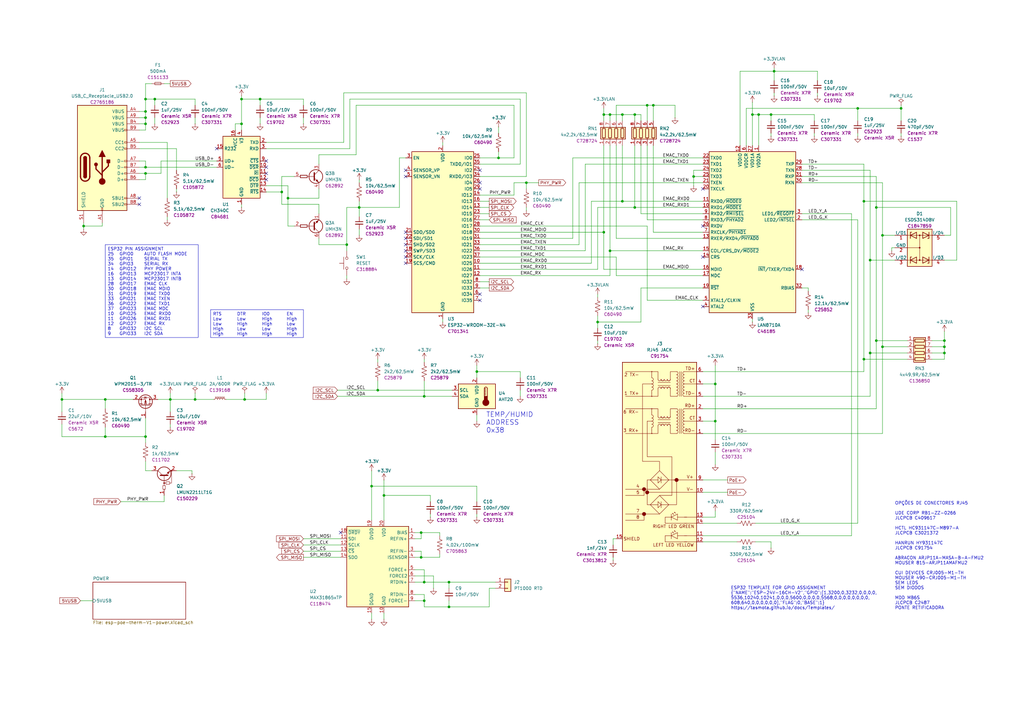
<source format=kicad_sch>
(kicad_sch (version 20231120) (generator "eeschema") (generator_version "8.0")
  (paper "A3")
  (title_block (title "ESP 2x Relay Output Module with PoE") (date "2023-08-02") (rev "V1"))
  (junction (at 100.33 163.83))
  (junction (at 43.18 179.07))
  (junction (at 118.11 81.28))
  (junction (at 99.06 40.64))
  (junction (at 247.65 46.99))
  (junction (at 356.87 106.68))
  (junction (at 255.27 46.99))
  (junction (at 172.72 228.6))
  (junction (at 173.99 162.56))
  (junction (at 267.97 43.18))
  (junction (at 359.41 85.09))
  (junction (at 157.48 203.2))
  (junction (at 260.35 46.99))
  (junction (at 356.87 144.78))
  (junction (at 204.47 64.77))
  (junction (at 115.57 78.74))
  (junction (at 387.35 139.7))
  (junction (at 293.37 157.48))
  (junction (at 43.18 163.83))
  (junction (at 25.4 163.83))
  (junction (at 34.29 92.71))
  (junction (at 59.69 68.58))
  (junction (at 293.37 172.72))
  (junction (at 361.95 96.52))
  (junction (at 284.48 72.39))
  (junction (at 154.94 160.02))
  (junction (at 260.35 85.09))
  (junction (at 354.33 82.55))
  (junction (at 59.69 179.07))
  (junction (at 80.01 163.83))
  (junction (at 317.5 29.21))
  (junction (at 245.11 132.08))
  (junction (at 387.35 144.78))
  (junction (at 59.69 48.26))
  (junction (at 265.43 43.18))
  (junction (at 59.69 40.64))
  (junction (at 152.4 199.39))
  (junction (at 59.69 50.8))
  (junction (at 250.19 46.99))
  (junction (at 351.79 44.45))
  (junction (at 354.33 147.32))
  (junction (at 247.65 95.25))
  (junction (at 369.57 44.45))
  (junction (at 361.95 142.24))
  (junction (at 173.99 238.76))
  (junction (at 195.58 152.4))
  (junction (at 316.23 46.99))
  (junction (at 59.69 45.72))
  (junction (at 59.69 71.12))
  (junction (at 172.72 218.44))
  (junction (at 311.15 46.99))
  (junction (at 184.15 248.92))
  (junction (at 63.5 40.64))
  (junction (at 69.85 163.83))
  (junction (at 147.32 85.09))
  (junction (at 250.19 102.87))
  (junction (at 255.27 82.55))
  (junction (at 215.9 74.93))
  (junction (at 142.24 100.33))
  (junction (at 99.06 50.8))
  (junction (at 106.68 40.64))
  (junction (at 387.35 142.24))
  (junction (at 184.15 238.76))
  (junction (at 308.61 46.99))
  (junction (at 359.41 139.7))
  (junction (at 173.99 246.38))
  (no_connect (at 57.15 81.28))
  (no_connect (at 166.37 69.85))
  (no_connect (at 196.85 69.85))
  (no_connect (at 196.85 120.65))
  (no_connect (at 166.37 72.39))
  (no_connect (at 288.29 77.47))
  (no_connect (at 196.85 74.93))
  (no_connect (at 166.37 95.25))
  (no_connect (at 88.9 60.96))
  (no_connect (at 196.85 123.19))
  (no_connect (at 328.93 110.49))
  (no_connect (at 139.7 218.44))
  (no_connect (at 166.37 105.41))
  (no_connect (at 166.37 102.87))
  (no_connect (at 166.37 100.33))
  (no_connect (at 166.37 107.95))
  (no_connect (at 57.15 83.82))
  (no_connect (at 109.22 66.04))
  (no_connect (at 109.22 68.58))
  (no_connect (at 196.85 77.47))
  (no_connect (at 288.29 125.73))
  (no_connect (at 109.22 73.66))
  (no_connect (at 288.29 105.41))
  (no_connect (at 166.37 97.79))
  (no_connect (at 109.22 71.12))
  (no_connect (at 288.29 92.71))
  (wire (pts (xy 143.51 40.64) (xy 213.36 40.64)))
  (wire (pts (xy 69.85 163.83) (xy 69.85 168.91)))
  (wire (pts (xy 180.34 227.33) (xy 180.34 228.6)))
  (wire (pts (xy 213.36 152.4) (xy 195.58 152.4)))
  (wire (pts (xy 170.18 243.84) (xy 173.99 243.84)))
  (wire (pts (xy 328.93 87.63) (xy 349.25 87.63)))
  (wire (pts (xy 181.61 130.81) (xy 181.61 132.08)))
  (wire (pts (xy 288.29 212.09) (xy 293.37 212.09)))
  (wire (pts (xy 43.18 179.07) (xy 59.69 179.07)))
  (wire (pts (xy 63.5 40.64) (xy 63.5 43.18)))
  (wire (pts (xy 255.27 59.69) (xy 255.27 82.55)))
  (wire (pts (xy 387.35 96.52) (xy 389.89 96.52)))
  (wire (pts (xy 43.18 163.83) (xy 43.18 167.64)))
  (wire (pts (xy 69.85 173.99) (xy 69.85 175.26)))
  (wire (pts (xy 288.29 167.64) (xy 359.41 167.64)))
  (wire (pts (xy 196.85 105.41) (xy 252.73 105.41)))
  (wire (pts (xy 365.76 102.87) (xy 365.76 101.6)))
  (wire (pts (xy 173.99 238.76) (xy 184.15 238.76)))
  (wire (pts (xy 176.53 210.82) (xy 176.53 212.09)))
  (wire (pts (xy 68.58 88.9) (xy 68.58 90.17)))
  (wire (pts (xy 354.33 67.31) (xy 328.93 67.31)))
  (wire (pts (xy 196.85 95.25) (xy 247.65 95.25)))
  (wire (pts (xy 196.85 85.09) (xy 200.66 85.09)))
  (wire (pts (xy 309.88 222.25) (xy 316.23 222.25)))
  (wire (pts (xy 196.85 102.87) (xy 240.03 102.87)))
  (wire (pts (xy 245.11 120.65) (xy 245.11 121.92)))
  (wire (pts (xy 215.9 72.39) (xy 196.85 72.39)))
  (wire (pts (xy 195.58 210.82) (xy 195.58 212.09)))
  (wire (pts (xy 250.19 46.99) (xy 255.27 46.99)))
  (wire (pts (xy 276.86 43.18) (xy 276.86 48.26)))
  (wire (pts (xy 255.27 82.55) (xy 288.29 82.55)))
  (wire (pts (xy 68.58 58.42) (xy 68.58 81.28)))
  (wire (pts (xy 170.18 218.44) (xy 172.72 218.44)))
  (wire (pts (xy 196.85 90.17) (xy 200.66 90.17)))
  (wire (pts (xy 308.61 46.99) (xy 311.15 46.99)))
  (wire (pts (xy 67.31 205.74) (xy 67.31 203.2)))
  (wire (pts (xy 255.27 46.99) (xy 255.27 49.53)))
  (wire (pts (xy 328.93 72.39) (xy 359.41 72.39)))
  (wire (pts (xy 265.43 123.19) (xy 288.29 123.19)))
  (wire (pts (xy 173.99 233.68) (xy 173.99 238.76)))
  (wire (pts (xy 43.18 175.26) (xy 43.18 179.07)))
  (wire (pts (xy 109.22 76.2) (xy 118.11 76.2)))
  (wire (pts (xy 293.37 149.86) (xy 293.37 157.48)))
  (wire (pts (xy 180.34 218.44) (xy 172.72 218.44)))
  (wire (pts (xy 361.95 96.52) (xy 361.95 142.24)))
  (wire (pts (xy 176.53 203.2) (xy 157.48 203.2)))
  (wire (pts (xy 196.85 92.71) (xy 265.43 92.71)))
  (wire (pts (xy 387.35 142.24) (xy 387.35 144.78)))
  (wire (pts (xy 245.11 139.7) (xy 245.11 140.97)))
  (wire (pts (xy 196.85 87.63) (xy 200.66 87.63)))
  (wire (pts (xy 170.18 238.76) (xy 173.99 238.76)))
  (wire (pts (xy 59.69 66.04) (xy 57.15 66.04)))
  (wire (pts (xy 118.11 92.71) (xy 120.65 92.71)))
  (wire (pts (xy 210.82 43.18) (xy 210.82 64.77)))
  (wire (pts (xy 356.87 144.78) (xy 372.11 144.78)))
  (wire (pts (xy 288.29 219.71) (xy 349.25 219.71)))
  (wire (pts (xy 382.27 144.78) (xy 387.35 144.78)))
  (wire (pts (xy 138.43 160.02) (xy 154.94 160.02)))
  (wire (pts (xy 308.61 46.99) (xy 308.61 59.69)))
  (wire (pts (xy 124.46 40.64) (xy 124.46 43.18)))
  (wire (pts (xy 130.81 100.33) (xy 142.24 100.33)))
  (wire (pts (xy 242.57 107.95) (xy 242.57 82.55)))
  (wire (pts (xy 180.34 228.6) (xy 172.72 228.6)))
  (wire (pts (xy 130.81 81.28) (xy 118.11 81.28)))
  (wire (pts (xy 354.33 147.32) (xy 372.11 147.32)))
  (wire (pts (xy 49.53 205.74) (xy 67.31 205.74)))
  (wire (pts (xy 250.19 46.99) (xy 250.19 49.53)))
  (wire (pts (xy 130.81 77.47) (xy 130.81 81.28)))
  (wire (pts (xy 335.28 38.1) (xy 335.28 39.37)))
  (wire (pts (xy 147.32 93.98) (xy 147.32 96.52)))
  (wire (pts (xy 59.69 171.45) (xy 59.69 179.07)))
  (wire (pts (xy 369.57 44.45) (xy 369.57 49.53)))
  (wire (pts (xy 250.19 46.99) (xy 247.65 46.99)))
  (wire (pts (xy 181.61 58.42) (xy 181.61 59.69)))
  (wire (pts (xy 59.69 193.04) (xy 59.69 189.23)))
  (wire (pts (xy 59.69 68.58) (xy 59.69 66.04)))
  (wire (pts (xy 196.85 110.49) (xy 245.11 110.49)))
  (wire (pts (xy 196.85 100.33) (xy 237.49 100.33)))
  (wire (pts (xy 59.69 68.58) (xy 88.9 68.58)))
  (wire (pts (xy 109.22 58.42) (xy 140.97 58.42)))
  (wire (pts (xy 78.74 193.04) (xy 72.39 193.04)))
  (wire (pts (xy 311.15 46.99) (xy 316.23 46.99)))
  (wire (pts (xy 87.63 163.83) (xy 80.01 163.83)))
  (wire (pts (xy 118.11 81.28) (xy 118.11 92.71)))
  (wire (pts (xy 99.06 40.64) (xy 99.06 50.8)))
  (wire (pts (xy 157.48 251.46) (xy 157.48 254)))
  (wire (pts (xy 184.15 248.92) (xy 200.66 248.92)))
  (wire (pts (xy 33.02 246.38) (xy 38.1 246.38)))
  (wire (pts (xy 124.46 223.52) (xy 139.7 223.52)))
  (wire (pts (xy 288.29 152.4) (xy 354.33 152.4)))
  (wire (pts (xy 163.83 64.77) (xy 163.83 85.09)))
  (wire (pts (xy 252.73 43.18) (xy 265.43 43.18)))
  (wire (pts (xy 57.15 68.58) (xy 59.69 68.58)))
  (wire (pts (xy 195.58 149.86) (xy 195.58 152.4)))
  (wire (pts (xy 115.57 72.39) (xy 120.65 72.39)))
  (wire (pts (xy 213.36 160.02) (xy 213.36 162.56)))
  (wire (pts (xy 152.4 199.39) (xy 152.4 213.36)))
  (wire (pts (xy 57.15 48.26) (xy 59.69 48.26)))
  (wire (pts (xy 138.43 162.56) (xy 173.99 162.56)))
  (wire (pts (xy 303.53 29.21) (xy 303.53 59.69)))
  (wire (pts (xy 387.35 139.7) (xy 387.35 142.24)))
  (wire (pts (xy 25.4 168.91) (xy 25.4 163.83)))
  (wire (pts (xy 251.46 228.6) (xy 251.46 229.87)))
  (wire (pts (xy 382.27 139.7) (xy 387.35 139.7)))
  (wire (pts (xy 80.01 161.29) (xy 80.01 163.83)))
  (wire (pts (xy 382.27 142.24) (xy 387.35 142.24)))
  (wire (pts (xy 288.29 214.63) (xy 302.26 214.63)))
  (wire (pts (xy 369.57 44.45) (xy 351.79 44.45)))
  (wire (pts (xy 365.76 101.6) (xy 367.03 101.6)))
  (wire (pts (xy 63.5 40.64) (xy 80.01 40.64)))
  (wire (pts (xy 351.79 214.63) (xy 351.79 90.17)))
  (wire (pts (xy 140.97 38.1) (xy 215.9 38.1)))
  (wire (pts (xy 245.11 132.08) (xy 245.11 134.62)))
  (wire (pts (xy 140.97 58.42) (xy 140.97 38.1)))
  (wire (pts (xy 252.73 97.79) (xy 252.73 59.69)))
  (wire (pts (xy 240.03 67.31) (xy 288.29 67.31)))
  (wire (pts (xy 106.68 40.64) (xy 99.06 40.64)))
  (wire (pts (xy 152.4 193.04) (xy 152.4 199.39)))
  (wire (pts (xy 25.4 179.07) (xy 43.18 179.07)))
  (wire (pts (xy 389.89 96.52) (xy 389.89 85.09)))
  (wire (pts (xy 63.5 48.26) (xy 63.5 50.8)))
  (wire (pts (xy 245.11 85.09) (xy 260.35 85.09)))
  (wire (pts (xy 288.29 201.93) (xy 298.45 201.93)))
  (wire (pts (xy 262.89 118.11) (xy 288.29 118.11)))
  (wire (pts (xy 356.87 69.85) (xy 328.93 69.85)))
  (wire (pts (xy 361.95 96.52) (xy 367.03 96.52)))
  (wire (pts (xy 247.65 110.49) (xy 288.29 110.49)))
  (wire (pts (xy 251.46 223.52) (xy 251.46 220.98)))
  (wire (pts (xy 389.89 85.09) (xy 359.41 85.09)))
  (wire (pts (xy 59.69 34.29) (xy 59.69 40.64)))
  (wire (pts (xy 203.2 238.76) (xy 184.15 238.76)))
  (wire (pts (xy 234.95 64.77) (xy 288.29 64.77)))
  (wire (pts (xy 59.69 53.34) (xy 57.15 53.34)))
  (wire (pts (xy 267.97 95.25) (xy 288.29 95.25)))
  (wire (pts (xy 265.43 43.18) (xy 265.43 49.53)))
  (wire (pts (xy 130.81 97.79) (xy 130.81 100.33)))
  (wire (pts (xy 262.89 87.63) (xy 288.29 87.63)))
  (wire (pts (xy 288.29 157.48) (xy 293.37 157.48)))
  (wire (pts (xy 130.81 63.5) (xy 146.05 63.5)))
  (wire (pts (xy 68.58 58.42) (xy 57.15 58.42)))
  (wire (pts (xy 57.15 50.8) (xy 59.69 50.8)))
  (wire (pts (xy 72.39 60.96) (xy 72.39 69.85)))
  (wire (pts (xy 311.15 46.99) (xy 311.15 59.69)))
  (wire (pts (xy 34.29 92.71) (xy 34.29 93.98)))
  (wire (pts (xy 41.91 91.44) (xy 41.91 92.71)))
  (wire (pts (xy 260.35 85.09) (xy 288.29 85.09)))
  (wire (pts (xy 154.94 160.02) (xy 185.42 160.02)))
  (wire (pts (xy 335.28 33.02) (xy 335.28 29.21)))
  (wire (pts (xy 356.87 106.68) (xy 356.87 144.78)))
  (wire (pts (xy 387.35 135.89) (xy 387.35 139.7)))
  (wire (pts (xy 170.18 246.38) (xy 173.99 246.38)))
  (wire (pts (xy 293.37 172.72) (xy 293.37 180.34)))
  (wire (pts (xy 204.47 62.23) (xy 204.47 64.77)))
  (wire (pts (xy 41.91 92.71) (xy 34.29 92.71)))
  (wire (pts (xy 359.41 139.7) (xy 372.11 139.7)))
  (wire (pts (xy 361.95 74.93) (xy 361.95 96.52)))
  (wire (pts (xy 334.01 46.99) (xy 334.01 49.53)))
  (wire (pts (xy 387.35 144.78) (xy 387.35 147.32)))
  (wire (pts (xy 251.46 220.98) (xy 252.73 220.98)))
  (wire (pts (xy 69.85 161.29) (xy 69.85 163.83)))
  (wire (pts (xy 255.27 46.99) (xy 260.35 46.99)))
  (wire (pts (xy 147.32 85.09) (xy 147.32 88.9)))
  (wire (pts (xy 59.69 40.64) (xy 59.69 45.72)))
  (wire (pts (xy 196.85 118.11) (xy 200.66 118.11)))
  (wire (pts (xy 176.53 205.74) (xy 176.53 203.2)))
  (wire (pts (xy 170.18 233.68) (xy 173.99 233.68)))
  (wire (pts (xy 106.68 48.26) (xy 106.68 50.8)))
  (wire (pts (xy 215.9 74.93) (xy 220.98 74.93)))
  (wire (pts (xy 184.15 238.76) (xy 184.15 241.3)))
  (wire (pts (xy 234.95 97.79) (xy 234.95 64.77)))
  (wire (pts (xy 173.99 248.92) (xy 184.15 248.92)))
  (wire (pts (xy 331.47 119.38) (xy 331.47 118.11)))
  (wire (pts (xy 172.72 228.6) (xy 172.72 226.06)))
  (wire (pts (xy 240.03 102.87) (xy 240.03 67.31)))
  (wire (pts (xy 66.04 71.12) (xy 66.04 66.04)))
  (wire (pts (xy 213.36 67.31) (xy 196.85 67.31)))
  (wire (pts (xy 196.85 107.95) (xy 242.57 107.95)))
  (wire (pts (xy 177.8 241.3) (xy 177.8 236.22)))
  (wire (pts (xy 262.89 46.99) (xy 260.35 46.99)))
  (wire (pts (xy 59.69 71.12) (xy 66.04 71.12)))
  (wire (pts (xy 124.46 228.6) (xy 139.7 228.6)))
  (wire (pts (xy 317.5 38.1) (xy 317.5 39.37)))
  (wire (pts (xy 106.68 43.18) (xy 106.68 40.64)))
  (wire (pts (xy 247.65 95.25) (xy 247.65 110.49)))
  (wire (pts (xy 184.15 246.38) (xy 184.15 248.92)))
  (wire (pts (xy 196.85 80.01) (xy 210.82 80.01)))
  (wire (pts (xy 118.11 76.2) (xy 118.11 81.28)))
  (wire (pts (xy 250.19 102.87) (xy 288.29 102.87)))
  (wire (pts (xy 59.69 179.07) (xy 59.69 181.61)))
  (wire (pts (xy 196.85 82.55) (xy 200.66 82.55)))
  (wire (pts (xy 317.5 27.94) (xy 317.5 29.21)))
  (wire (pts (xy 293.37 157.48) (xy 293.37 172.72)))
  (wire (pts (xy 288.29 177.8) (xy 361.95 177.8)))
  (wire (pts (xy 157.48 203.2) (xy 157.48 196.85)))
  (wire (pts (xy 180.34 219.71) (xy 180.34 218.44)))
  (wire (pts (xy 284.48 69.85) (xy 288.29 69.85)))
  (wire (pts (xy 349.25 219.71) (xy 349.25 87.63)))
  (wire (pts (xy 361.95 142.24) (xy 372.11 142.24)))
  (wire (pts (xy 351.79 44.45) (xy 351.79 49.53)))
  (wire (pts (xy 293.37 209.55) (xy 293.37 212.09)))
  (wire (pts (xy 147.32 82.55) (xy 147.32 85.09)))
  (wire (pts (xy 109.22 163.83) (xy 109.22 161.29)))
  (wire (pts (xy 57.15 73.66) (xy 59.69 73.66)))
  (wire (pts (xy 247.65 59.69) (xy 247.65 95.25)))
  (wire (pts (xy 124.46 48.26) (xy 124.46 50.8)))
  (wire (pts (xy 146.05 63.5) (xy 146.05 43.18)))
  (wire (pts (xy 317.5 29.21) (xy 317.5 33.02)))
  (wire (pts (xy 124.46 226.06) (xy 139.7 226.06)))
  (wire (pts (xy 242.57 82.55) (xy 255.27 82.55)))
  (wire (pts (xy 260.35 46.99) (xy 260.35 49.53)))
  (wire (pts (xy 196.85 64.77) (xy 204.47 64.77)))
  (wire (pts (xy 195.58 205.74) (xy 195.58 199.39)))
  (wire (pts (xy 157.48 213.36) (xy 157.48 203.2)))
  (wire (pts (xy 245.11 110.49) (xy 245.11 85.09)))
  (wire (pts (xy 59.69 45.72) (xy 59.69 48.26)))
  (wire (pts (xy 309.88 214.63) (xy 351.79 214.63)))
  (wire (pts (xy 59.69 193.04) (xy 62.23 193.04)))
  (wire (pts (xy 25.4 163.83) (xy 43.18 163.83)))
  (wire (pts (xy 124.46 220.98) (xy 139.7 220.98)))
  (wire (pts (xy 215.9 74.93) (xy 215.9 77.47)))
  (wire (pts (xy 195.58 152.4) (xy 195.58 154.94)))
  (wire (pts (xy 195.58 199.39) (xy 152.4 199.39)))
  (wire (pts (xy 143.51 60.96) (xy 143.51 40.64)))
  (wire (pts (xy 245.11 129.54) (xy 245.11 132.08)))
  (wire (pts (xy 142.24 100.33) (xy 142.24 85.09)))
  (wire (pts (xy 170.18 228.6) (xy 172.72 228.6)))
  (wire (pts (xy 331.47 127) (xy 331.47 128.27)))
  (wire (pts (xy 80.01 40.64) (xy 80.01 43.18)))
  (wire (pts (xy 356.87 106.68) (xy 367.03 106.68)))
  (wire (pts (xy 25.4 173.99) (xy 25.4 179.07)))
  (wire (pts (xy 195.58 170.18) (xy 195.58 172.72)))
  (wire (pts (xy 210.82 74.93) (xy 215.9 74.93)))
  (wire (pts (xy 215.9 85.09) (xy 215.9 86.36)))
  (wire (pts (xy 392.43 106.68) (xy 392.43 82.55)))
  (wire (pts (xy 267.97 59.69) (xy 267.97 95.25)))
  (wire (pts (xy 204.47 52.07) (xy 204.47 54.61)))
  (wire (pts (xy 288.29 162.56) (xy 356.87 162.56)))
  (wire (pts (xy 369.57 54.61) (xy 369.57 55.88)))
  (wire (pts (xy 99.06 50.8) (xy 99.06 53.34)))
  (wire (pts (xy 237.49 100.33) (xy 237.49 74.93)))
  (wire (pts (xy 196.85 115.57) (xy 200.66 115.57)))
  (wire (pts (xy 293.37 185.42) (xy 293.37 190.5)))
  (wire (pts (xy 25.4 161.29) (xy 25.4 163.83)))
  (wire (pts (xy 177.8 236.22) (xy 170.18 236.22)))
  (wire (pts (xy 317.5 29.21) (xy 303.53 29.21)))
  (wire (pts (xy 142.24 113.03) (xy 142.24 114.3)))
  (wire (pts (xy 100.33 163.83) (xy 109.22 163.83)))
  (wire (pts (xy 359.41 85.09) (xy 359.41 139.7)))
  (wire (pts (xy 316.23 222.25) (xy 316.23 224.79)))
  (wire (pts (xy 59.69 48.26) (xy 59.69 50.8)))
  (wire (pts (xy 196.85 113.03) (xy 250.19 113.03)))
  (wire (pts (xy 99.06 83.82) (xy 99.06 85.09)))
  (wire (pts (xy 130.81 83.82) (xy 115.57 83.82)))
  (wire (pts (xy 173.99 156.21) (xy 173.99 162.56)))
  (wire (pts (xy 59.69 40.64) (xy 63.5 40.64)))
  (wire (pts (xy 147.32 85.09) (xy 142.24 85.09)))
  (wire (pts (xy 130.81 87.63) (xy 130.81 83.82)))
  (wire (pts (xy 213.36 40.64) (xy 213.36 67.31)))
  (wire (pts (xy 328.93 90.17) (xy 351.79 90.17)))
  (wire (pts (xy 316.23 54.61) (xy 316.23 55.88)))
  (wire (pts (xy 328.93 74.93) (xy 361.95 74.93)))
  (wire (pts (xy 100.33 161.29) (xy 100.33 163.83)))
  (wire (pts (xy 252.73 43.18) (xy 252.73 49.53)))
  (wire (pts (xy 265.43 90.17) (xy 288.29 90.17)))
  (wire (pts (xy 67.31 34.29) (xy 69.85 34.29)))
  (wire (pts (xy 173.99 147.32) (xy 173.99 148.59)))
  (wire (pts (xy 387.35 147.32) (xy 382.27 147.32)))
  (wire (pts (xy 284.48 72.39) (xy 284.48 76.2)))
  (wire (pts (xy 252.73 113.03) (xy 288.29 113.03)))
  (wire (pts (xy 237.49 74.93) (xy 288.29 74.93)))
  (wire (pts (xy 147.32 73.66) (xy 147.32 74.93)))
  (wire (pts (xy 288.29 222.25) (xy 302.26 222.25)))
  (wire (pts (xy 250.19 113.03) (xy 250.19 102.87)))
  (wire (pts (xy 262.89 46.99) (xy 262.89 49.53)))
  (wire (pts (xy 335.28 29.21) (xy 317.5 29.21)))
  (wire (pts (xy 66.04 66.04) (xy 88.9 66.04)))
  (wire (pts (xy 306.07 44.45) (xy 351.79 44.45)))
  (wire (pts (xy 262.89 59.69) (xy 262.89 87.63)))
  (wire (pts (xy 59.69 73.66) (xy 59.69 71.12)))
  (wire (pts (xy 92.71 163.83) (xy 100.33 163.83)))
  (wire (pts (xy 173.99 243.84) (xy 173.99 246.38)))
  (wire (pts (xy 265.43 92.71) (xy 265.43 123.19)))
  (wire (pts (xy 247.65 46.99) (xy 247.65 49.53)))
  (wire (pts (xy 356.87 144.78) (xy 356.87 162.56)))
  (wire (pts (xy 172.72 220.98) (xy 172.72 218.44)))
  (wire (pts (xy 80.01 48.26) (xy 80.01 50.8)))
  (wire (pts (xy 59.69 71.12) (xy 57.15 71.12)))
  (wire (pts (xy 354.33 82.55) (xy 354.33 147.32)))
  (wire (pts (xy 69.85 163.83) (xy 80.01 163.83)))
  (wire (pts (xy 250.19 59.69) (xy 250.19 102.87)))
  (wire (pts (xy 213.36 154.94) (xy 213.36 152.4)))
  (wire (pts (xy 59.69 50.8) (xy 59.69 53.34)))
  (wire (pts (xy 142.24 100.33) (xy 142.24 102.87)))
  (wire (pts (xy 166.37 64.77) (xy 163.83 64.77)))
  (wire (pts (xy 115.57 78.74) (xy 115.57 72.39)))
  (wire (pts (xy 334.01 54.61) (xy 334.01 55.88)))
  (wire (pts (xy 154.94 156.21) (xy 154.94 160.02)))
  (wire (pts (xy 359.41 139.7) (xy 359.41 167.64)))
  (wire (pts (xy 356.87 69.85) (xy 356.87 106.68)))
  (wire (pts (xy 369.57 43.18) (xy 369.57 44.45)))
  (wire (pts (xy 64.77 163.83) (xy 69.85 163.83)))
  (wire (pts (xy 354.33 82.55) (xy 354.33 67.31)))
  (wire (pts (xy 354.33 147.32) (xy 354.33 152.4)))
  (wire (pts (xy 170.18 220.98) (xy 172.72 220.98)))
  (wire (pts (xy 215.9 38.1) (xy 215.9 72.39)))
  (wire (pts (xy 252.73 105.41) (xy 252.73 113.03)))
  (wire (pts (xy 284.48 72.39) (xy 284.48 69.85)))
  (wire (pts (xy 196.85 97.79) (xy 234.95 97.79)))
  (wire (pts (xy 316.23 46.99) (xy 316.23 49.53)))
  (wire (pts (xy 152.4 251.46) (xy 152.4 254)))
  (wire (pts (xy 392.43 82.55) (xy 354.33 82.55)))
  (wire (pts (xy 288.29 196.85) (xy 298.45 196.85)))
  (wire (pts (xy 334.01 46.99) (xy 316.23 46.99)))
  (wire (pts (xy 387.35 106.68) (xy 392.43 106.68)))
  (wire (pts (xy 308.61 132.08) (xy 308.61 130.81)))
  (wire (pts (xy 173.99 162.56) (xy 185.42 162.56)))
  (wire (pts (xy 96.52 53.34) (xy 96.52 50.8)))
  (wire (pts (xy 260.35 59.69) (xy 260.35 85.09)))
  (wire (pts (xy 359.41 85.09) (xy 359.41 72.39)))
  (wire (pts (xy 200.66 248.92) (xy 200.66 241.3)))
  (wire (pts (xy 262.89 132.08) (xy 245.11 132.08)))
  (wire (pts (xy 62.23 34.29) (xy 59.69 34.29)))
  (wire (pts (xy 96.52 50.8) (xy 99.06 50.8)))
  (wire (pts (xy 247.65 46.99) (xy 247.65 44.45)))
  (wire (pts (xy 154.94 147.32) (xy 154.94 148.59)))
  (wire (pts (xy 57.15 45.72) (xy 59.69 45.72)))
  (wire (pts (xy 115.57 78.74) (xy 115.57 83.82)))
  (wire (pts (xy 124.46 40.64) (xy 106.68 40.64)))
  (wire (pts (xy 130.81 63.5) (xy 130.81 67.31)))
  (wire (pts (xy 78.74 193.04) (xy 78.74 194.31)))
  (wire (pts (xy 72.39 77.47) (xy 72.39 78.74)))
  (wire (pts (xy 361.95 142.24) (xy 361.95 177.8)))
  (wire (pts (xy 204.47 64.77) (xy 210.82 64.77)))
  (wire (pts (xy 163.83 85.09) (xy 147.32 85.09)))
  (wire (pts (xy 170.18 226.06) (xy 172.72 226.06)))
  (wire (pts (xy 252.73 97.79) (xy 288.29 97.79)))
  (wire (pts (xy 210.82 80.01) (xy 210.82 74.93)))
  (wire (pts (xy 109.22 60.96) (xy 143.51 60.96)))
  (wire (pts (xy 267.97 43.18) (xy 267.97 49.53)))
  (wire (pts (xy 308.61 41.91) (xy 308.61 46.99)))
  (wire (pts (xy 57.15 60.96) (xy 72.39 60.96)))
  (wire (pts (xy 99.06 39.37) (xy 99.06 40.64)))
  (wire (pts (xy 351.79 54.61) (xy 351.79 55.88)))
  (wire (pts (xy 288.29 72.39) (xy 284.48 72.39)))
  (wire (pts (xy 109.22 78.74) (xy 115.57 78.74)))
  (wire (pts (xy 265.43 43.18) (xy 267.97 43.18)))
  (wire (pts (xy 288.29 172.72) (xy 293.37 172.72)))
  (wire (pts (xy 267.97 43.18) (xy 276.86 43.18)))
  (wire (pts (xy 262.89 118.11) (xy 262.89 132.08)))
  (wire (pts (xy 265.43 59.69) (xy 265.43 90.17)))
  (wire (pts (xy 34.29 91.44) (xy 34.29 92.71)))
  (wire (pts (xy 331.47 118.11) (xy 328.93 118.11)))
  (wire (pts (xy 200.66 241.3) (xy 203.2 241.3)))
  (wire (pts (xy 306.07 59.69) (xy 306.07 44.45)))
  (wire (pts (xy 173.99 246.38) (xy 173.99 248.92)))
  (wire (pts (xy 54.61 163.83) (xy 43.18 163.83)))
  (wire (pts (xy 146.05 43.18) (xy 210.82 43.18)))
  (text_box "ESP32 PIN ASSIGNMENT\n25	GPIO0	AUTO FLASH MODE\n35	GPIO1	SERIAL TX\n34	GPIO3	SERIAL RX\n14	GPIO12	PHY POWER\n16	GPIO13	MCP23017 INTA\n13	GPIO14	MCP23017 INTB\n28	GPIO17	EMAC CLK\n30	GPIO18	EMAC MDIO\n31	GPIO19	EMAC TXD0\n33	GPIO21	EMAC TXEN\n36	GPIO22	EMAC TXD1\n37	GPIO23	EMAC MDC\n10	GPIO25	EMAC RXD0\n11	GPIO26	EMAC RXD1\n12	GPIO27	EMAC RX\n8	GPIO32	I2C SCL\n9	GPIO33	I2C SDA" (at 43.18 100.33 0) (size 38.1 38.1) (effects (font (size 1.27 1.27)) (justify left top)))
  (text_box "RTS		DTR		IO0		EN\nLow		Low		High	High\nLow		High	High	Low\nHigh	Low		Low		High\nHigh	High	High	High" (at 86.36 127 0) (size 38.1 11.43) (effects (font (size 1.27 1.27)) (justify left top)))
  (text "TEMP/HUMID\nADDRESS\n0x38" (at 199.39 177.8 0) (effects (font (size 2 2)) (justify left bottom)))
  (text "OPÇÕES DE CONECTORES RJ45\n\nUDE CORP RB1-ZZ-0266\nJLCPCB C409617\n\nHCTL HC931147C-M897-A\nJLCPCB C3021372\n\nHANRUN HY931147C\nJLCPCB C91754\n\nABRACON ARJP11A-MASA-B-A-FMU2\nMOUSER 815-ARJP11AMAFMU2\n\nCUI DEVICES CRJ005-M1-TH\nMOUSER 490-CRJ005-M1-TH\nSEM LEDS\nSEM DIODOS\n\nMDD MB6S\nJLCPCB C2487\nPONTE RETIFICADORA\n" (at 367.03 250.19 0) (effects (font (size 1.27 1.27)) (justify left bottom)))
  (text "ESP32 TEMPLATE FOR GPIO ASSIGNMENT\n{\"NAME\":\"ESP-24V-16CH-V2\",\"GPIO\":[1,3200,0,3232,0,0,0,0,\n5536,10240,10241,0,0,0,5600,0,0,0,0,5568,0,0,0,0,0,0,0,0,\n608,640,0,0,0,0,0,0],\"FLAG\":0,\"BASE\":1}\nhttps://tasmota.github.io/docs/Templates/" (at 299.72 250.19 0) (effects (font (size 1.27 1.27)) (justify left bottom)))
  (label "EMAC_RX" (at 213.36 113.03 0))
  (label "EMAC_TXD0" (at 271.78 64.77 0))
  (label "EMAC_RXD0" (at 213.36 107.95 0))
  (label "LED_G_K" (at 331.47 90.17 0))
  (label "I2C_SCL" (at 149.86 160.02 180))
  (label "SPI_MOSI" (at 127 220.98 0))
  (label "EMAC_MDC" (at 213.36 105.41 0))
  (label "EMAC_RXD0" (at 271.78 82.55 0))
  (label "SPI_CS" (at 127 226.06 0))
  (label "I2C_SDA" (at 149.86 162.56 180))
  (label "RD+" (at 331.47 72.39 0))
  (label "EMAC_TXEN" (at 213.36 100.33 0))
  (label "SPI_MISO" (at 127 228.6 0))
  (label "USB_D+" (at 80.01 66.04 0))
  (label "EMAC_RXD1" (at 271.78 85.09 0))
  (label "EMAC_TXD0" (at 213.36 97.79 0))
  (label "TD-" (at 302.26 162.56 0))
  (label "EMAC_RXD1" (at 213.36 110.49 0))
  (label "LED_Y_A" (at 331.47 87.63 0))
  (label "RD-" (at 331.47 74.93 0))
  (label "EMAC_RX" (at 271.78 102.87 0))
  (label "TD-" (at 331.47 69.85 0))
  (label "TD+" (at 331.47 67.31 0))
  (label "PHY_PWR" (at 200.66 80.01 0))
  (label "SPI_CLK" (at 127 223.52 0))
  (label "EMAC_CLK" (at 213.36 92.71 0))
  (label "LED_Y_A" (at 320.04 219.71 0))
  (label "EMAC_CLK" (at 276.86 123.19 0))
  (label "EMAC_TXD1" (at 213.36 102.87 0))
  (label "RD+" (at 302.26 167.64 0))
  (label "USB_D-" (at 80.01 68.58 0))
  (label "LED_G_K" (at 320.04 214.63 0))
  (label "TD+" (at 302.26 152.4 0))
  (label "RD-" (at 302.26 177.8 0))
  (label "EMAC_TXD1" (at 271.78 67.31 0))
  (label "EMAC_MDIO" (at 271.78 110.49 0))
  (label "PHY_PWR" (at 52.07 205.74 0))
  (label "EMAC_TXEN" (at 271.78 74.93 0))
  (label "EMAC_MDIO" (at 213.36 95.25 0))
  (global_label "SPI_MOSI" (shape input) (at 124.46 220.98 180) (property "Intersheetrefs" "${INTERSHEET_REFS}" (effects (hide yes))))
  (global_label "SPI_MOSI" (shape output) (at 200.66 82.55 0) (property "Intersheetrefs" "${INTERSHEET_REFS}" (effects (hide yes))))
  (global_label "SPI_MISO" (shape input) (at 200.66 90.17 0) (property "Intersheetrefs" "${INTERSHEET_REFS}" (effects (hide yes))))
  (global_label "PoE-" (shape output) (at 298.45 201.93 0) (property "Intersheetrefs" "${INTERSHEET_REFS}" (effects (hide yes))))
  (global_label "SPI_CS" (shape output) (at 200.66 87.63 0) (property "Intersheetrefs" "${INTERSHEET_REFS}" (effects (hide yes))))
  (global_label "SPI_CLK" (shape output) (at 200.66 85.09 0) (property "Intersheetrefs" "${INTERSHEET_REFS}" (effects (hide yes))))
  (global_label "I2C_SDA" (shape output) (at 200.66 118.11 0) (property "Intersheetrefs" "${INTERSHEET_REFS}" (effects (hide yes))))
  (global_label "SPI_CS" (shape input) (at 124.46 226.06 180) (property "Intersheetrefs" "${INTERSHEET_REFS}" (effects (hide yes))))
  (global_label "PoE+" (shape output) (at 298.45 196.85 0) (property "Intersheetrefs" "${INTERSHEET_REFS}" (effects (hide yes))))
  (global_label "5VUSB" (shape input) (at 33.02 246.38 180) (property "Intersheetrefs" "${INTERSHEET_REFS}" (effects (hide yes))))
  (global_label "5VUSB" (shape output) (at 69.85 34.29 0) (property "Intersheetrefs" "${INTERSHEET_REFS}" (effects (hide yes))))
  (global_label "I2C_SCL" (shape output) (at 200.66 115.57 0) (property "Intersheetrefs" "${INTERSHEET_REFS}" (effects (hide yes))))
  (global_label "PHY_PWR" (shape output) (at 220.98 74.93 0) (property "Intersheetrefs" "${INTERSHEET_REFS}" (effects (hide yes))))
  (global_label "PHY_PWR" (shape input) (at 49.53 205.74 180) (property "Intersheetrefs" "${INTERSHEET_REFS}" (effects (hide yes))))
  (global_label "SPI_MISO" (shape output) (at 124.46 228.6 180) (property "Intersheetrefs" "${INTERSHEET_REFS}" (effects (hide yes))))
  (global_label "SPI_CLK" (shape input) (at 124.46 223.52 180) (property "Intersheetrefs" "${INTERSHEET_REFS}" (effects (hide yes))))
  (global_label "I2C_SCL" (shape input) (at 138.43 160.02 180) (property "Intersheetrefs" "${INTERSHEET_REFS}" (effects (hide yes))))
  (global_label "I2C_SDA" (shape input) (at 138.43 162.56 180) (property "Intersheetrefs" "${INTERSHEET_REFS}" (effects (hide yes))))
  (symbol (lib_id "Device:R_US") (at 306.07 222.25 90) (unit 1)
    (property "Reference" "R13" (at 306.07 224.79 90))
    (property "Value" "330R/62,5mW" (at 306.07 227.33 90))
    (property "Footprint" "Tales:R_0402_1005Metric" (effects (hide yes)))
    (property "Description" "Resistor, US symbol" (effects (hide yes)))
    (property "Mfr" "Uniroyal" (effects (hide yes)))
    (property "Vendor" "JLCPCB" (effects (hide yes)))
    (property "Mfr PN" "0402WGF3300TCE" (effects (hide yes)))
    (property "Technology" "1%" (effects (hide yes)))
    (property "Vendor PN" "C25104" (effects (hide yes)))
    (property "LCSC Part #" "C25104" (at 306.07 229.87 90))
    (property "JLCPCB BOM" "1" (effects (hide yes)))
    (property "Package" "0402/1005" (effects (hide yes)))
  )
  (symbol (lib_id "power:GND") (at 195.58 212.09 0) (unit 1)
    (property "Reference" "#PWR030" (effects (hide yes)))
    (property "Value" "GND" (effects (hide yes)))
    (property "Description" "Power symbol creates a global label with name \"GND\" , ground" (effects (hide yes)))
  )
  (symbol (lib_id "Transistor_BJT:UMH3N") (at 125.73 92.71 0) (mirror x) (unit 1)
    (property "Reference" "Q3" (at 133.35 91.4399 0) (effects (justify left)))
    (property "Value" "UMH3N" (at 133.35 93.9799 0) (effects (justify left)))
    (property "Footprint" "Package_TO_SOT_SMD:SOT-363_SC-70-6" (effects (hide yes)))
    (property "Datasheet" "http://rohmfs.rohm.com/en/products/databook/datasheet/discrete/transistor/digital/emh3t2r-e.pdf" (effects (hide yes)))
    (property "Description" "0.1A Ic, 50V Vce, Dual NPN Input Resistor Transistors, SOT-363" (effects (hide yes)))
    (property "JLCPCB BOM" "1" (effects (hide yes)))
    (property "LCSC Part #" "C62892" (at 133.35 96.52 0) (effects (justify left)))
    (property "Vendor" "JLCPCB" (effects (hide yes)))
    (property "Vendor PN" "C62892" (effects (hide yes)))
    (property "Mfr" "Jiangsu" (effects (hide yes)))
    (property "Mfr PN" "UMH3N" (effects (hide yes)))
    (property "Package" "SOT-363" (effects (hide yes)))
  )
  (symbol (lib_id "power:+3.3VA") (at 387.35 135.89 0) (unit 1)
    (property "Reference" "#PWR055" (effects (hide yes)))
    (property "Value" "+3.3VA" (at 387.35 132.08 0))
    (property "Description" "Power symbol creates a global label with name \"+3.3VA\"" (effects (hide yes)))
  )
  (symbol (lib_id "Device:R_US") (at 72.39 73.66 0) (unit 1)
    (property "Reference" "R4" (at 74.93 71.755 0) (effects (justify left)))
    (property "Value" "5,1k/62,5mW" (at 74.93 74.295 0) (effects (justify left)))
    (property "Footprint" "Tales:R_0402_1005Metric" (effects (hide yes)))
    (property "Description" "Resistor, US symbol" (effects (hide yes)))
    (property "JLCPCB BOM" "1" (effects (hide yes)))
    (property "LCSC Part #" "C105872" (at 74.93 76.835 0) (effects (justify left)))
    (property "Mfr" "YAGEO" (effects (hide yes)))
    (property "Mfr PN" "RC0402FR-075K1L" (effects (hide yes)))
    (property "Technology" "1%" (effects (hide yes)))
    (property "Vendor" "JLCPCB" (effects (hide yes)))
    (property "Vendor PN" "C105872" (effects (hide yes)))
    (property "Package" "0402/1005" (effects (hide yes)))
  )
  (symbol (lib_id "RF_Module:ESP32-WROOM-32U") (at 181.61 95.25 0) (unit 1)
    (property "Reference" "U3" (at 183.5659 130.81 0) (effects (justify left)))
    (property "Value" "ESP32-WROOM-32E-N4" (at 183.5659 133.35 0) (effects (justify left)))
    (property "Footprint" "Tales:ESP32-WROOM-32" (effects (hide yes)))
    (property "Datasheet" "https://www.espressif.com/sites/default/files/documentation/esp32-wroom-32d_esp32-wroom-32u_datasheet_en.pdf" (effects (hide yes)))
    (property "Description" "RF Module, ESP32-D0WD SoC, Wi-Fi 802.11b/g/n, Bluetooth, BLE, 32-bit, 2.7-3.6V, external antenna, SMD" (effects (hide yes)))
    (property "JLCPCB BOM" "1" (effects (hide yes)))
    (property "LCSC Part #" "C701341" (at 183.5659 135.89 0) (effects (justify left)))
    (property "Mfr" "Expressif" (effects (hide yes)))
    (property "Mfr PN" "ESP32-WROOM-32E-N4" (effects (hide yes)))
    (property "Vendor" "JLCPCB" (effects (hide yes)))
    (property "Vendor PN" "C701341" (effects (hide yes)))
    (property "Package" "ESP32-WROOM-U" (effects (hide yes)))
  )
  (symbol (lib_id "power:GND") (at 69.85 175.26 0) (unit 1)
    (property "Reference" "#PWR06" (effects (hide yes)))
    (property "Value" "GND" (effects (hide yes)))
    (property "Description" "Power symbol creates a global label with name \"GND\" , ground" (effects (hide yes)))
  )
  (symbol (lib_id "Device:C_Small") (at 316.23 52.07 0) (unit 1)
    (property "Reference" "C15" (at 318.77 49.53 0) (effects (justify left)))
    (property "Value" "100nF/50V" (at 318.77 52.07 0) (effects (justify left)))
    (property "Footprint" "Tales:C_0402_1005Metric" (effects (hide yes)))
    (property "Description" "Unpolarized capacitor, small symbol" (effects (hide yes)))
    (property "JLCPCB BOM" "1" (effects (hide yes)))
    (property "LCSC Part #" "C307331" (at 318.77 57.1438 0) (effects (justify left)))
    (property "Mfr" "Samsung" (effects (hide yes)))
    (property "Mfr PN" "CL05B104KB54PNC" (effects (hide yes)))
    (property "Technology" "Ceramic X7R" (at 318.77 54.6038 0) (effects (justify left)))
    (property "Vendor" "JLCPCB" (effects (hide yes)))
    (property "Vendor PN" "C307331" (effects (hide yes)))
    (property "Package" "0402/1005" (effects (hide yes)))
  )
  (symbol (lib_id "power:+3.3V") (at 173.99 147.32 0) (unit 1)
    (property "Reference" "#PWR023" (effects (hide yes)))
    (property "Value" "+3.3V" (at 173.99 143.51 0))
    (property "Description" "Power symbol creates a global label with name \"+3.3V\"" (effects (hide yes)))
  )
  (symbol (lib_id "Device:C_Small") (at 106.68 45.72 0) (unit 1)
    (property "Reference" "C5" (at 109.22 42.5513 0) (effects (justify left)))
    (property "Value" "10uF/10V" (at 109.22 45.0913 0) (effects (justify left)))
    (property "Footprint" "Tales:C_0603_1608Metric" (effects (hide yes)))
    (property "Description" "Unpolarized capacitor, small symbol" (effects (hide yes)))
    (property "Technology" "Ceramic X5R" (at 109.22 47.6313 0) (effects (justify left)))
    (property "Mfr" "Samsung" (effects (hide yes)))
    (property "Mfr PN" "CL10A106KP8NNNC" (effects (hide yes)))
    (property "Vendor" "JLCPCB" (effects (hide yes)))
    (property "Vendor PN" "C19702" (effects (hide yes)))
    (property "LCSC Part #" "C19702" (at 109.22 50.1713 0) (effects (justify left)))
    (property "JLCPCB BOM" "1" (effects (hide yes)))
    (property "Package" "0603/1608" (effects (hide yes)))
  )
  (symbol (lib_id "Device:R_US") (at 154.94 152.4 0) (unit 1)
    (property "Reference" "R6" (at 157.48 149.86 0) (effects (justify left)))
    (property "Value" "2k2/62,5mW" (at 157.48 152.4 0) (effects (justify left)))
    (property "Footprint" "Tales:R_0402_1005Metric" (effects (hide yes)))
    (property "Case" "0402/1005" (effects (hide yes)))
    (property "Mfr" "Uniroyal" (effects (hide yes)))
    (property "Vendor" "JLCPCB" (effects (hide yes)))
    (property "Mfr PN" "0402WGF2201TCE" (effects (hide yes)))
    (property "Vendor PN" "C25879" (effects (hide yes)))
    (property "LCSC Part #" "C25879" (at 157.48 154.94 0) (effects (justify left)))
    (property "JLCPCB BOM" "1" (effects (hide yes)))
  )
  (symbol (lib_id "Tales:ESDS314DBV") (at 377.19 101.6 0) (unit 1)
    (property "Reference" "D1" (at 377.19 87.63 0))
    (property "Value" "ESDS314DBV" (at 377.19 90.17 0))
    (property "Footprint" "Tales:SOT-23-5" (effects (hide yes)))
    (property "Description" "Data-line surge and ESD protection diode array" (effects (hide yes)))
    (property "Vendor" "JLCPCB" (effects (hide yes)))
    (property "JLCPCB BOM" "1" (effects (hide yes)))
    (property "LCSC Part #" "C1847859" (at 377.19 92.71 0))
    (property "Mfr" "Texas Instruments" (effects (hide yes)))
    (property "Mfr PN" "ESDS314DBVR" (effects (hide yes)))
    (property "Vendor PN" "C1847859" (effects (hide yes)))
    (property "Package" "SOT-23-5" (effects (hide yes)))
  )
  (symbol (lib_id "power:GND") (at 106.68 50.8 0) (unit 1)
    (property "Reference" "#PWR012" (effects (hide yes)))
    (property "Value" "GND" (effects (hide yes)))
    (property "Description" "Power symbol creates a global label with name \"GND\" , ground" (effects (hide yes)))
  )
  (symbol (lib_id "Device:R_US") (at 245.11 125.73 180) (unit 1)
    (property "Reference" "R11" (at 247.65 123.825 0) (effects (justify right)))
    (property "Value" "10k/62,5mW" (at 247.65 126.365 0) (effects (justify right)))
    (property "Footprint" "Tales:R_0402_1005Metric" (effects (hide yes)))
    (property "Description" "Resistor, US symbol" (effects (hide yes)))
    (property "Mfr" "Yageo" (effects (hide yes)))
    (property "Vendor" "JLCPCB" (effects (hide yes)))
    (property "Mfr PN" "RC0402FR-0710KL" (effects (hide yes)))
    (property "Technology" "1%" (effects (hide yes)))
    (property "Vendor PN" "C60490" (effects (hide yes)))
    (property "LCSC Part #" "C60490" (at 247.65 128.905 0) (effects (justify right)))
    (property "JLCPCB BOM" "1" (effects (hide yes)))
    (property "Package" "0402/1005" (effects (hide yes)))
  )
  (symbol (lib_id "power:GND") (at 152.4 254 0) (unit 1)
    (property "Reference" "#PWR019" (effects (hide yes)))
    (property "Value" "GND" (effects (hide yes)))
    (property "Description" "Power symbol creates a global label with name \"GND\" , ground" (effects (hide yes)))
  )
  (symbol (lib_id "power:PWR_FLAG") (at 100.33 161.29 0) (unit 1)
    (property "Reference" "#FLG02" (effects (hide yes)))
    (property "Value" "PWR_FLAG" (at 100.33 157.48 0))
    (property "Description" "Special symbol for telling ERC where power comes from" (effects (hide yes)))
  )
  (symbol (lib_id "Tales:+3.3VLAN") (at 69.85 161.29 0) (unit 1)
    (property "Reference" "#PWR05" (effects (hide yes)))
    (property "Value" "+3.3VLAN" (at 69.85 157.48 0))
    (property "Description" "Power symbol creates a global label with name \"+3.3VLAN\"" (effects (hide yes)))
  )
  (symbol (lib_id "Connector_Generic:Conn_01x02") (at 208.28 238.76 0) (unit 1)
    (property "Reference" "J2" (at 210.82 238.7599 0) (effects (justify left)))
    (property "Value" "PT1000 RTD" (at 210.82 241.2999 0) (effects (justify left)))
    (property "Footprint" "Tales:TerminalBlock_Dibo_DB142R-5.08-2P_1x02_P5.08mm_Horizontal" (effects (hide yes)))
    (property "Datasheet" "https://www.lcsc.com/datasheet/lcsc_datasheet_2303170930_Cixi-Kefa-Elec-KF142R-5-08-2P_C475144.pdf" (effects (hide yes)))
    (property "Description" "Generic connector, single row, 01x02, script generated (kicad-library-utils/schlib/autogen/connector/)" (effects (hide yes)))
    (property "JLCPCB BOM" "1" (effects (hide yes)))
    (property "LCSC Part #" "C475144" (effects (hide yes)))
    (property "Mfr" "Cixi Kefa Elec" (effects (hide yes)))
    (property "Mfr PN" "KF142R-5.08-2P" (effects (hide yes)))
    (property "Vendor" "JLCPCB" (effects (hide yes)))
    (property "Vendor PN" "C475144" (effects (hide yes)))
  )
  (symbol (lib_id "power:GND") (at 316.23 224.79 0) (unit 1)
    (property "Reference" "#PWR046" (effects (hide yes)))
    (property "Value" "GND" (effects (hide yes)))
    (property "Description" "Power symbol creates a global label with name \"GND\" , ground" (effects (hide yes)))
  )
  (symbol (lib_id "Tales:+3.3V") (at 25.4 161.29 0) (unit 1)
    (property "Reference" "#PWR01" (effects (hide yes)))
    (property "Value" "+3.3V" (at 25.4 157.48 0))
    (property "Description" "Power symbol creates a global label with name \"+3.3V\"" (effects (hide yes)))
  )
  (symbol (lib_id "power:GND") (at 331.47 128.27 0) (unit 1)
    (property "Reference" "#PWR049" (effects (hide yes)))
    (property "Value" "GND" (effects (hide yes)))
    (property "Description" "Power symbol creates a global label with name \"GND\" , ground" (effects (hide yes)))
  )
  (symbol (lib_id "power:GND") (at 195.58 172.72 0) (unit 1)
    (property "Reference" "#PWR029" (effects (hide yes)))
    (property "Value" "GND" (effects (hide yes)))
    (property "Description" "Power symbol creates a global label with name \"GND\" , ground" (effects (hide yes)))
  )
  (symbol (lib_id "power:GND") (at 34.29 93.98 0) (unit 1)
    (property "Reference" "#PWR02" (effects (hide yes)))
    (property "Value" "GND" (effects (hide yes)))
    (property "Description" "Power symbol creates a global label with name \"GND\" , ground" (effects (hide yes)))
  )
  (symbol (lib_id "Device:Fuse_Small") (at 64.77 34.29 180) (unit 1)
    (property "Reference" "F1" (at 64.77 26.67 0))
    (property "Value" "500mA" (at 64.77 29.21 0))
    (property "Footprint" "Tales:Fuse_1206_3216Metric" (effects (hide yes)))
    (property "Description" "Fuse, small symbol" (effects (hide yes)))
    (property "JLCPCB BOM" "1" (effects (hide yes)))
    (property "LCSC Part #" "C151133" (at 64.77 31.75 0))
    (property "Mfr" "Littlefuse" (effects (hide yes)))
    (property "Mfr PN" "0466.500NRHF" (effects (hide yes)))
    (property "Vendor" "JLCPCB" (effects (hide yes)))
    (property "Vendor PN" "C151133" (effects (hide yes)))
    (property "Package" "1206" (effects (hide yes)))
  )
  (symbol (lib_id "power:GND") (at 99.06 85.09 0) (unit 1)
    (property "Reference" "#PWR011" (effects (hide yes)))
    (property "Value" "GND" (effects (hide yes)))
    (property "Description" "Power symbol creates a global label with name \"GND\" , ground" (effects (hide yes)))
  )
  (symbol (lib_id "power:+3.3VA") (at 308.61 41.91 0) (unit 1)
    (property "Reference" "#PWR043" (effects (hide yes)))
    (property "Value" "+3.3VA" (at 308.61 38.1 0))
    (property "Description" "Power symbol creates a global label with name \"+3.3VA\"" (effects (hide yes)))
  )
  (symbol (lib_id "Device:C_Small") (at 335.28 35.56 0) (unit 1)
    (property "Reference" "C18" (at 337.82 33.655 0) (effects (justify left)))
    (property "Value" "10uF/10V" (at 337.82 36.195 0) (effects (justify left)))
    (property "Footprint" "Tales:C_0603_1608Metric" (effects (hide yes)))
    (property "Description" "Unpolarized capacitor, small symbol" (effects (hide yes)))
    (property "Mfr" "Samsung" (effects (hide yes)))
    (property "Mfr PN" "CL10A106KP8NNNC" (effects (hide yes)))
    (property "JLCPCB BOM" "1" (effects (hide yes)))
    (property "LCSC Part #" "C19702" (at 337.82 41.275 0) (effects (justify left)))
    (property "Technology" "Ceramic X5R" (at 337.82 38.735 0) (effects (justify left)))
    (property "Vendor" "JLCPCB" (effects (hide yes)))
    (property "Vendor PN" "C19702" (effects (hide yes)))
    (property "Package" "0603/1608" (effects (hide yes)))
  )
  (symbol (lib_id "Tales:AHT20") (at 195.58 162.56 0) (unit 1)
    (property "Reference" "U4" (at 204.47 161.2899 0) (effects (justify left)))
    (property "Value" "AHT20" (at 204.47 163.8299 0) (effects (justify left)))
    (property "Footprint" "Tales:DFN-6-3x3mm_P1mm" (effects (hide yes)))
    (property "Description" "I2C Temperature Sensor, ±0.3ºC, DFN-6" (effects (hide yes)))
    (property "JLCPCB BOM" "1" (effects (hide yes)))
    (property "LCSC Part #" "C2757850" (effects (hide yes)))
    (property "Mfr" "Aosong" (effects (hide yes)))
    (property "Mfr PN" "AHT20" (effects (hide yes)))
    (property "Vendor" "JLCPCB" (effects (hide yes)))
    (property "Vendor PN" "C2757850" (effects (hide yes)))
  )
  (symbol (lib_id "power:+3.3V") (at 204.47 52.07 0) (unit 1)
    (property "Reference" "#PWR031" (effects (hide yes)))
    (property "Value" "+3.3V" (at 204.47 48.26 0))
    (property "Description" "Power symbol creates a global label with name \"+3.3V\"" (effects (hide yes)))
  )
  (symbol (lib_id "Device:R_US") (at 204.47 58.42 0) (unit 1)
    (property "Reference" "R9" (at 201.93 53.34 0) (effects (justify right)))
    (property "Value" "10k/62,5mW" (at 201.93 55.88 0) (effects (justify right)))
    (property "Footprint" "Tales:R_0402_1005Metric" (effects (hide yes)))
    (property "Description" "Resistor, US symbol" (effects (hide yes)))
    (property "Mfr" "Yageo" (effects (hide yes)))
    (property "Vendor" "JLCPCB" (effects (hide yes)))
    (property "Mfr PN" "RC0402FR-0710KL" (effects (hide yes)))
    (property "Technology" "1%" (effects (hide yes)))
    (property "Vendor PN" "C60490" (effects (hide yes)))
    (property "LCSC Part #" "C60490" (at 201.93 58.42 0) (effects (justify right)))
    (property "JLCPCB BOM" "1" (effects (hide yes)))
    (property "Package" "0402/1005" (effects (hide yes)))
  )
  (symbol (lib_id "Device:C_Small") (at 124.46 45.72 0) (unit 1)
    (property "Reference" "C6" (at 127 42.5513 0) (effects (justify left)))
    (property "Value" "100nF/50V" (at 127 45.0913 0) (effects (justify left)))
    (property "Footprint" "Tales:C_0402_1005Metric" (effects (hide yes)))
    (property "Description" "Unpolarized capacitor, small symbol" (effects (hide yes)))
    (property "JLCPCB BOM" "1" (effects (hide yes)))
    (property "Technology" "Ceramic X7R" (at 127 47.6313 0) (effects (justify left)))
    (property "LCSC Part #" "C307331" (at 127 50.1713 0) (effects (justify left)))
    (property "Mfr" "Samsung" (effects (hide yes)))
    (property "Mfr PN" "CL05B104KB54PNC" (effects (hide yes)))
    (property "Vendor" "JLCPCB" (effects (hide yes)))
    (property "Vendor PN" "C307331" (effects (hide yes)))
    (property "Package" "0402/1005" (effects (hide yes)))
  )
  (symbol (lib_id "Device:Q_PMOS_GSD") (at 59.69 166.37 270) (mirror x) (unit 1)
    (property "Reference" "Q1" (at 54.61 154.94 90))
    (property "Value" "WPM2015-3/TR" (at 54.61 157.48 90))
    (property "Footprint" "Tales:SOT-23" (effects (hide yes)))
    (property "Description" "P-MOSFET transistor, gate/source/drain" (effects (hide yes)))
    (property "JLCPCB BOM" "1" (effects (hide yes)))
    (property "LCSC Part #" "C558305" (at 54.61 160.02 90))
    (property "Mfr" "VBSemi" (effects (hide yes)))
    (property "Mfr PN" "WPM2015-3/TR" (effects (hide yes)))
    (property "Technology" "MOSFET" (effects (hide yes)))
    (property "Vendor" "JLCPCB" (effects (hide yes)))
    (property "Vendor PN" "C558305" (effects (hide yes)))
    (property "Package" "SOT-23-3" (effects (hide yes)))
  )
  (symbol (lib_id "power:GND") (at 351.79 55.88 0) (unit 1)
    (property "Reference" "#PWR052" (effects (hide yes)))
    (property "Value" "GND" (effects (hide yes)))
    (property "Description" "Power symbol creates a global label with name \"GND\" , ground" (effects (hide yes)))
  )
  (symbol (lib_id "power:+3.3V") (at 195.58 149.86 0) (unit 1)
    (property "Reference" "#PWR028" (effects (hide yes)))
    (property "Value" "+3.3V" (at 195.58 146.05 0))
    (property "Description" "Power symbol creates a global label with name \"+3.3V\"" (effects (hide yes)))
  )
  (symbol (lib_id "Device:R_US") (at 306.07 214.63 90) (unit 1)
    (property "Reference" "R12" (at 306.07 207.01 90))
    (property "Value" "330R/62,5mW" (at 306.07 209.55 90))
    (property "Footprint" "Tales:R_0402_1005Metric" (effects (hide yes)))
    (property "Description" "Resistor, US symbol" (effects (hide yes)))
    (property "Mfr" "Uniroyal" (effects (hide yes)))
    (property "Vendor" "JLCPCB" (effects (hide yes)))
    (property "Mfr PN" "0402WGF3300TCE" (effects (hide yes)))
    (property "Technology" "1%" (effects (hide yes)))
    (property "Vendor PN" "C25104" (effects (hide yes)))
    (property "LCSC Part #" "C25104" (at 306.07 212.09 90))
    (property "JLCPCB BOM" "1" (effects (hide yes)))
    (property "Package" "0402/1005" (effects (hide yes)))
  )
  (symbol (lib_id "Device:C_Small") (at 251.46 226.06 0) (unit 1)
    (property "Reference" "C13" (at 248.92 222.25 0) (effects (justify right)))
    (property "Value" "1nF/2kV" (at 248.92 224.79 0) (effects (justify right)))
    (property "Footprint" "Tales:C_1206_3216Metric" (effects (hide yes)))
    (property "Description" "Unpolarized capacitor, small symbol" (effects (hide yes)))
    (property "JLCPCB BOM" "1" (effects (hide yes)))
    (property "Technology" "Ceramic X7R" (at 248.92 227.33 0) (effects (justify right)))
    (property "LCSC Part #" "C3013812" (at 248.92 229.87 0) (effects (justify right)))
    (property "Mfr" "Vishay" (effects (hide yes)))
    (property "Mfr PN" "VJ1206Y102MXFAT4X" (effects (hide yes)))
    (property "Vendor" "JLCPCB" (effects (hide yes)))
    (property "Vendor PN" "C3013812" (effects (hide yes)))
    (property "Package" "1206/3216" (effects (hide yes)))
  )
  (symbol (lib_id "Device:R_US") (at 180.34 223.52 0) (unit 1)
    (property "Reference" "R8" (at 182.88 220.98 0) (effects (justify left)))
    (property "Value" "4,02k/100mW" (at 182.88 223.52 0) (effects (justify left)))
    (property "Footprint" "Tales:R_0603_1608Metric" (effects (hide yes)))
    (property "Case" "0603/1608" (effects (hide yes)))
    (property "Mfr" "YAGEO" (effects (hide yes)))
    (property "Vendor" "JLCPCB" (effects (hide yes)))
    (property "Mfr PN" "RT0603BRE074K02L" (effects (hide yes)))
    (property "Technology" "0,1%" (effects (hide yes)))
    (property "Vendor PN" "C705863" (effects (hide yes)))
    (property "LCSC Part #" "C705863" (at 182.88 226.06 0) (effects (justify left)))
    (property "JLCPCB BOM" "1" (effects (hide yes)))
  )
  (symbol (lib_id "Tales:+3.3VLAN") (at 317.5 27.94 0) (unit 1)
    (property "Reference" "#PWR047" (effects (hide yes)))
    (property "Value" "+3.3VLAN" (at 317.5 24.13 0))
    (property "Description" "Power symbol creates a global label with name \"+3.3VLAN\"" (effects (hide yes)))
  )
  (symbol (lib_id "Tales:+3.3VLAN") (at 245.11 120.65 0) (unit 1)
    (property "Reference" "#PWR034" (effects (hide yes)))
    (property "Value" "+3.3VLAN" (at 245.11 116.84 0))
    (property "Description" "Power symbol creates a global label with name \"+3.3VLAN\"" (effects (hide yes)))
  )
  (symbol (lib_id "Device:R_US") (at 147.32 78.74 0) (unit 1)
    (property "Reference" "R5" (at 149.86 73.66 0) (effects (justify left)))
    (property "Value" "10k/62,5mW" (at 149.86 76.2 0) (effects (justify left)))
    (property "Footprint" "Tales:R_0402_1005Metric" (effects (hide yes)))
    (property "Description" "Resistor, US symbol" (effects (hide yes)))
    (property "Mfr" "Yageo" (effects (hide yes)))
    (property "Vendor" "JLCPCB" (effects (hide yes)))
    (property "Mfr PN" "RC0402FR-0710KL" (effects (hide yes)))
    (property "Technology" "1%" (effects (hide yes)))
    (property "Vendor PN" "C60490" (effects (hide yes)))
    (property "LCSC Part #" "C60490" (at 149.86 78.74 0) (effects (justify left)))
    (property "JLCPCB BOM" "1" (effects (hide yes)))
    (property "Package" "0402/1005" (effects (hide yes)))
  )
  (symbol (lib_id "power:+3.3VA") (at 109.22 161.29 0) (mirror y) (unit 1)
    (property "Reference" "#PWR013" (effects (hide yes)))
    (property "Value" "+3.3VA" (at 109.22 157.48 0))
    (property "Description" "Power symbol creates a global label with name \"+3.3VA\"" (effects (hide yes)))
  )
  (symbol (lib_id "Sensor_Temperature:MAX31865xTP") (at 154.94 233.68 0) (unit 1)
    (property "Reference" "U2" (at 127 242.57 0) (effects (justify left)))
    (property "Value" "MAX31865xTP" (at 127 245.11 0) (effects (justify left)))
    (property "Footprint" "Package_DFN_QFN:TQFN-20-1EP_5x5mm_P0.65mm_EP3.25x3.25mm" (effects (hide yes)))
    (property "Datasheet" "https://www.analog.com/media/en/technical-documentation/data-sheets/MAX31865.pdf" (effects (hide yes)))
    (property "Description" "RTD-to-Digital Converter, TQFN-20" (effects (hide yes)))
    (property "JLCPCB BOM" "1" (effects (hide yes)))
    (property "LCSC Part #" "C118474" (at 127 247.65 0) (effects (justify left)))
    (property "Mfr" "Analog Devices" (effects (hide yes)))
    (property "Mfr PN" "MAX31865ATP" (effects (hide yes)))
    (property "Package" "QFN-20-EP" (effects (hide yes)))
    (property "Vendor" "JLCPCB" (effects (hide yes)))
    (property "Vendor PN" "C118474" (effects (hide yes)))
  )
  (symbol (lib_id "power:GND") (at 334.01 55.88 0) (unit 1)
    (property "Reference" "#PWR050" (effects (hide yes)))
    (property "Value" "GND" (effects (hide yes)))
    (property "Description" "Power symbol creates a global label with name \"GND\" , ground" (effects (hide yes)))
  )
  (symbol (lib_id "Interface_Ethernet:LAN8710A") (at 308.61 95.25 0) (unit 1)
    (property "Reference" "U5" (at 310.5659 130.81 0) (effects (justify left)))
    (property "Value" "LAN8710A" (at 310.5659 133.35 0) (effects (justify left)))
    (property "Footprint" "Tales:QFN-32-1EP_5x5mm_P0.5mm_EP3.3x3.3mm_ThermalVias" (effects (hide yes)))
    (property "Datasheet" "http://ww1.microchip.com/downloads/en/DeviceDoc/8710a.pdf" (effects (hide yes)))
    (property "Description" "LAN8710 Ethernet PHY with MII/RMII interface, QFN-32" (effects (hide yes)))
    (property "JLCPCB BOM" "1" (effects (hide yes)))
    (property "LCSC Part #" "C46185" (at 310.5659 135.89 0) (effects (justify left)))
    (property "Mfr" "Microchip" (effects (hide yes)))
    (property "Mfr PN" "LAN8710A-EZC-TR" (effects (hide yes)))
    (property "Vendor" "JLCPCB" (effects (hide yes)))
    (property "Vendor PN" "C46185" (effects (hide yes)))
    (property "Package" "QFN-32" (effects (hide yes)))
  )
  (symbol (lib_id "Device:C_Small") (at 245.11 137.16 180) (unit 1)
    (property "Reference" "C12" (at 247.65 133.9786 0) (effects (justify right)))
    (property "Value" "10uF/10V" (at 247.65 136.5186 0) (effects (justify right)))
    (property "Footprint" "Tales:C_0603_1608Metric" (effects (hide yes)))
    (property "Description" "Unpolarized capacitor, small symbol" (effects (hide yes)))
    (property "Mfr" "Samsung" (effects (hide yes)))
    (property "Mfr PN" "CL10A106KP8NNNC" (effects (hide yes)))
    (property "JLCPCB BOM" "1" (effects (hide yes)))
    (property "LCSC Part #" "C19702" (at 247.65 139.0586 0) (effects (justify right)))
    (property "Technology" "Ceramic X5R" (at 247.65 141.5986 0) (effects (justify right)))
    (property "Vendor" "JLCPCB" (effects (hide yes)))
    (property "Vendor PN" "C19702" (effects (hide yes)))
    (property "Package" "0603/1608" (effects (hide yes)))
  )
  (symbol (lib_id "Device:R_US") (at 215.9 81.28 180) (unit 1)
    (property "Reference" "R10" (at 218.44 79.375 0) (effects (justify right)))
    (property "Value" "10k/62,5mW" (at 218.44 81.915 0) (effects (justify right)))
    (property "Footprint" "Tales:R_0402_1005Metric" (effects (hide yes)))
    (property "Description" "Resistor, US symbol" (effects (hide yes)))
    (property "Mfr" "Yageo" (effects (hide yes)))
    (property "Vendor" "JLCPCB" (effects (hide yes)))
    (property "Mfr PN" "RC0402FR-0710KL" (effects (hide yes)))
    (property "Technology" "1%" (effects (hide yes)))
    (property "Vendor PN" "C60490" (effects (hide yes)))
    (property "LCSC Part #" "C60490" (at 218.44 84.455 0) (effects (justify right)))
    (property "JLCPCB BOM" "1" (effects (hide yes)))
    (property "Package" "0402/1005" (effects (hide yes)))
  )
  (symbol (lib_id "power:GND") (at 335.28 39.37 0) (unit 1)
    (property "Reference" "#PWR051" (effects (hide yes)))
    (property "Value" "GND" (effects (hide yes)))
    (property "Description" "Power symbol creates a global label with name \"GND\" , ground" (effects (hide yes)))
  )
  (symbol (lib_id "power:+3.3V") (at 147.32 73.66 0) (unit 1)
    (property "Reference" "#PWR016" (effects (hide yes)))
    (property "Value" "+3.3V" (at 147.32 69.85 0))
    (property "Description" "Power symbol creates a global label with name \"+3.3V\"" (effects (hide yes)))
  )
  (symbol (lib_id "power:GND") (at 176.53 212.09 0) (unit 1)
    (property "Reference" "#PWR024" (effects (hide yes)))
    (property "Value" "GND" (effects (hide yes)))
    (property "Description" "Power symbol creates a global label with name \"GND\" , ground" (effects (hide yes)))
  )
  (symbol (lib_id "power:GND") (at 72.39 78.74 0) (unit 1)
    (property "Reference" "#PWR07" (effects (hide yes)))
    (property "Value" "GND" (effects (hide yes)))
    (property "Description" "Power symbol creates a global label with name \"GND\" , ground" (effects (hide yes)))
  )
  (symbol (lib_id "power:GND") (at 80.01 50.8 0) (unit 1)
    (property "Reference" "#PWR09" (effects (hide yes)))
    (property "Value" "GND" (effects (hide yes)))
    (property "Description" "Power symbol creates a global label with name \"GND\" , ground" (effects (hide yes)))
  )
  (symbol (lib_id "power:GND") (at 68.58 90.17 0) (unit 1)
    (property "Reference" "#PWR04" (effects (hide yes)))
    (property "Value" "GND" (effects (hide yes)))
    (property "Description" "Power symbol creates a global label with name \"GND\" , ground" (effects (hide yes)))
  )
  (symbol (lib_id "power:PWR_FLAG") (at 369.57 43.18 0) (unit 1)
    (property "Reference" "#FLG03" (effects (hide yes)))
    (property "Value" "PWR_FLAG" (at 369.57 39.37 0))
    (property "Description" "Special symbol for telling ERC where power comes from" (effects (hide yes)))
  )
  (symbol (lib_id "Device:R_US") (at 173.99 152.4 0) (unit 1)
    (property "Reference" "R7" (at 176.53 149.86 0) (effects (justify left)))
    (property "Value" "2k2/62,5mW" (at 176.53 152.4 0) (effects (justify left)))
    (property "Footprint" "Tales:R_0402_1005Metric" (effects (hide yes)))
    (property "Case" "0402/1005" (effects (hide yes)))
    (property "Mfr" "Uniroyal" (effects (hide yes)))
    (property "Vendor" "JLCPCB" (effects (hide yes)))
    (property "Mfr PN" "0402WGF2201TCE" (effects (hide yes)))
    (property "Vendor PN" "C25879" (effects (hide yes)))
    (property "LCSC Part #" "C25879" (at 176.53 154.94 0) (effects (justify left)))
    (property "JLCPCB BOM" "1" (effects (hide yes)))
  )
  (symbol (lib_id "power:GND") (at 177.8 241.3 0) (unit 1)
    (property "Reference" "#PWR025" (effects (hide yes)))
    (property "Value" "GND" (effects (hide yes)))
    (property "Description" "Power symbol creates a global label with name \"GND\" , ground" (effects (hide yes)))
  )
  (symbol (lib_id "power:+3.3VA") (at 293.37 209.55 0) (unit 1)
    (property "Reference" "#PWR042" (effects (hide yes)))
    (property "Value" "+3.3VA" (at 293.37 205.74 0))
    (property "Description" "Power symbol creates a global label with name \"+3.3VA\"" (effects (hide yes)))
  )
  (symbol (lib_id "power:GND") (at 142.24 114.3 0) (unit 1)
    (property "Reference" "#PWR015" (effects (hide yes)))
    (property "Value" "GND" (effects (hide yes)))
    (property "Description" "Power symbol creates a global label with name \"GND\" , ground" (effects (hide yes)))
  )
  (symbol (lib_id "power:+3.3VA") (at 293.37 149.86 0) (unit 1)
    (property "Reference" "#PWR040" (effects (hide yes)))
    (property "Value" "+3.3VA" (at 293.37 146.05 0))
    (property "Description" "Power symbol creates a global label with name \"+3.3VA\"" (effects (hide yes)))
  )
  (symbol (lib_id "Device:R_Pack04") (at 252.73 54.61 0) (unit 1)
    (property "Reference" "RN1" (at 245.11 52.705 0) (effects (justify right)))
    (property "Value" "4x2,2k/62,5mW" (at 245.11 55.245 0) (effects (justify right)))
    (property "Footprint" "Tales:R_Array_Convex_4x0402" (effects (hide yes)))
    (property "Description" "4 resistor network, parallel topology" (effects (hide yes)))
    (property "JLCPCB BOM" "1" (effects (hide yes)))
    (property "LCSC Part #" "C728724" (at 245.11 57.785 0) (effects (justify right)))
    (property "Mfr" "Yageo" (effects (hide yes)))
    (property "Mfr PN" "YC124-FR-072K2L" (effects (hide yes)))
    (property "Technology" "1%" (effects (hide yes)))
    (property "Vendor" "JLCPCB" (effects (hide yes)))
    (property "Vendor PN" "C728724" (effects (hide yes)))
    (property "Package" "4x0402" (effects (hide yes)))
  )
  (symbol (lib_id "power:GND") (at 78.74 194.31 0) (unit 1)
    (property "Reference" "#PWR08" (effects (hide yes)))
    (property "Value" "GND" (effects (hide yes)))
    (property "Description" "Power symbol creates a global label with name \"GND\" , ground" (effects (hide yes)))
  )
  (symbol (lib_id "Device:R_US") (at 331.47 123.19 0) (unit 1)
    (property "Reference" "R14" (at 334.01 121.9199 0) (effects (justify left)))
    (property "Value" "12,1k/62,5mW" (at 334.01 124.4599 0) (effects (justify left)))
    (property "Footprint" "Tales:R_0402_1005Metric" (effects (hide yes)))
    (property "Description" "Resistor, US symbol" (effects (hide yes)))
    (property "JLCPCB BOM" "1" (effects (hide yes)))
    (property "LCSC Part #" "C25852" (at 334.01 127 0) (effects (justify left)))
    (property "Mfr" "Uniroyal" (effects (hide yes)))
    (property "Mfr PN" "0402WGF1212TCE" (effects (hide yes)))
    (property "Technology" "1%" (effects (hide yes)))
    (property "Vendor" "JLCPCB" (effects (hide yes)))
    (property "Vendor PN" "C25852" (effects (hide yes)))
    (property "Package" "0402/1005" (effects (hide yes)))
  )
  (symbol (lib_id "power:GND") (at 317.5 39.37 0) (unit 1)
    (property "Reference" "#PWR048" (effects (hide yes)))
    (property "Value" "GND" (effects (hide yes)))
    (property "Description" "Power symbol creates a global label with name \"GND\" , ground" (effects (hide yes)))
  )
  (symbol (lib_id "power:+3.3V") (at 152.4 193.04 0) (unit 1)
    (property "Reference" "#PWR018" (effects (hide yes)))
    (property "Value" "+3.3V" (at 152.4 189.23 0))
    (property "Description" "Power symbol creates a global label with name \"+3.3V\"" (effects (hide yes)))
  )
  (symbol (lib_id "Device:R_US") (at 43.18 171.45 0) (unit 1)
    (property "Reference" "R1" (at 45.72 169.545 0) (effects (justify left)))
    (property "Value" "10k/62,5mW" (at 45.72 172.085 0) (effects (justify left)))
    (property "Footprint" "Tales:R_0402_1005Metric" (effects (hide yes)))
    (property "Description" "Resistor, US symbol" (effects (hide yes)))
    (property "Mfr" "Yageo" (effects (hide yes)))
    (property "Vendor" "JLCPCB" (effects (hide yes)))
    (property "Mfr PN" "RC0402FR-0710KL" (effects (hide yes)))
    (property "Technology" "1%" (effects (hide yes)))
    (property "Vendor PN" "C60490" (effects (hide yes)))
    (property "LCSC Part #" "C60490" (at 45.72 174.625 0) (effects (justify left)))
    (property "JLCPCB BOM" "1" (effects (hide yes)))
    (property "Package" "0402/1005" (effects (hide yes)))
  )
  (symbol (lib_id "power:+3.3V") (at 99.06 39.37 0) (unit 1)
    (property "Reference" "#PWR010" (effects (hide yes)))
    (property "Value" "+3.3V" (at 99.06 35.56 0))
    (property "Description" "Power symbol creates a global label with name \"+3.3V\"" (effects (hide yes)))
  )
  (symbol (lib_id "Device:C_Small") (at 63.5 45.72 0) (unit 1)
    (property "Reference" "C2" (at 66.04 42.5513 0) (effects (justify left)))
    (property "Value" "1uF/25V" (at 66.04 45.0913 0) (effects (justify left)))
    (property "Footprint" "Tales:C_0402_1005Metric" (effects (hide yes)))
    (property "Description" "Unpolarized capacitor, small symbol" (effects (hide yes)))
    (property "JLCPCB BOM" "1" (effects (hide yes)))
    (property "Technology" "Ceramic X5R" (at 66.04 47.6313 0) (effects (justify left)))
    (property "LCSC Part #" "C52923" (at 66.04 50.1713 0) (effects (justify left)))
    (property "Mfr" "Samsung" (effects (hide yes)))
    (property "Mfr PN" "CL05A105KA5NQNC" (effects (hide yes)))
    (property "Vendor" "JLCPCB" (effects (hide yes)))
    (property "Vendor PN" "C52923" (effects (hide yes)))
    (property "Package" "0402/1005" (effects (hide yes)))
  )
  (symbol (lib_id "Device:R_Pack04") (at 377.19 144.78 270) (unit 1)
    (property "Reference" "RN3" (at 377.19 151.13 90))
    (property "Value" "4x49,9R/62,5mW" (at 377.19 153.67 90))
    (property "Footprint" "Tales:R_Array_Convex_4x0402" (effects (hide yes)))
    (property "Description" "4 resistor network, parallel topology" (effects (hide yes)))
    (property "JLCPCB BOM" "1" (effects (hide yes)))
    (property "LCSC Part #" "C136850" (at 377.19 156.21 90))
    (property "Mfr" "Yageo" (effects (hide yes)))
    (property "Mfr PN" "YC124-FR-0749R9L" (effects (hide yes)))
    (property "Technology" "1%" (effects (hide yes)))
    (property "Vendor" "JLCPCB" (effects (hide yes)))
    (property "Vendor PN" "C136850" (effects (hide yes)))
    (property "Package" "4x0402" (effects (hide yes)))
  )
  (symbol (lib_id "Device:C_Small") (at 80.01 45.72 0) (unit 1)
    (property "Reference" "C4" (at 82.55 42.5513 0) (effects (justify left)))
    (property "Value" "100nF/50V" (at 82.55 45.0913 0) (effects (justify left)))
    (property "Footprint" "Tales:C_0402_1005Metric" (effects (hide yes)))
    (property "Description" "Unpolarized capacitor, small symbol" (effects (hide yes)))
    (property "JLCPCB BOM" "1" (effects (hide yes)))
    (property "Technology" "Ceramic X7R" (at 82.55 47.6313 0) (effects (justify left)))
    (property "LCSC Part #" "C307331" (at 82.55 50.1713 0) (effects (justify left)))
    (property "Mfr" "Samsung" (effects (hide yes)))
    (property "Mfr PN" "CL05B104KB54PNC" (effects (hide yes)))
    (property "Vendor" "JLCPCB" (effects (hide yes)))
    (property "Vendor PN" "C307331" (effects (hide yes)))
    (property "Package" "0402/1005" (effects (hide yes)))
  )
  (symbol (lib_id "power:GND") (at 308.61 132.08 0) (unit 1)
    (property "Reference" "#PWR044" (effects (hide yes)))
    (property "Value" "GND" (effects (hide yes)))
    (property "Description" "Power symbol creates a global label with name \"GND\" , ground" (effects (hide yes)))
  )
  (symbol (lib_id "power:GND") (at 157.48 254 0) (unit 1)
    (property "Reference" "#PWR022" (effects (hide yes)))
    (property "Value" "GND" (effects (hide yes)))
    (property "Description" "Power symbol creates a global label with name \"GND\" , ground" (effects (hide yes)))
  )
  (symbol (lib_id "Device:R_Pack04") (at 265.43 54.61 0) (unit 1)
    (property "Reference" "RN2" (at 270.51 52.705 0) (effects (justify left)))
    (property "Value" "4x2,2k/62,5mW" (at 270.51 55.245 0) (effects (justify left)))
    (property "Footprint" "Tales:R_Array_Convex_4x0402" (effects (hide yes)))
    (property "Description" "4 resistor network, parallel topology" (effects (hide yes)))
    (property "JLCPCB BOM" "1" (effects (hide yes)))
    (property "LCSC Part #" "C728724" (at 270.51 57.785 0) (effects (justify left)))
    (property "Mfr" "Yageo" (effects (hide yes)))
    (property "Mfr PN" "YC124-FR-072K2L" (effects (hide yes)))
    (property "Technology" "1%" (effects (hide yes)))
    (property "Vendor" "JLCPCB" (effects (hide yes)))
    (property "Vendor PN" "C728724" (effects (hide yes)))
    (property "Package" "4x0402" (effects (hide yes)))
  )
  (symbol (lib_id "Tales:CH340C") (at 99.06 68.58 0) (unit 1)
    (property "Reference" "U1" (at 93.98 83.82 0) (effects (justify right)))
    (property "Value" "CH340C" (at 93.98 86.36 0) (effects (justify right)))
    (property "Footprint" "Package_SO:SOIC-16_3.9x9.9mm_P1.27mm" (effects (hide yes)))
    (property "Datasheet" "https://datasheet.lcsc.com/szlcsc/Jiangsu-Qin-Heng-CH340C_C84681.pdf" (effects (hide yes)))
    (property "Description" "USB serial converter, crystal-less, UART, SOIC-16" (effects (hide yes)))
    (property "JLCPCB BOM" "1" (effects (hide yes)))
    (property "LCSC Part #" "C84681" (at 93.98 88.9 0) (effects (justify right)))
    (property "Mfr" "WCH" (effects (hide yes)))
    (property "Mfr PN" "CH340C" (effects (hide yes)))
    (property "Vendor" "JLCPCB" (effects (hide yes)))
    (property "Vendor PN" "C84681" (effects (hide yes)))
    (property "Package" "SOIC-16" (effects (hide yes)))
  )
  (symbol (lib_id "Device:R_US") (at 59.69 185.42 0) (unit 1)
    (property "Reference" "R2" (at 62.23 183.515 0) (effects (justify left)))
    (property "Value" "1k/62,5mW" (at 62.23 186.055 0) (effects (justify left)))
    (property "Footprint" "Tales:R_0402_1005Metric" (effects (hide yes)))
    (property "Description" "Resistor, US symbol" (effects (hide yes)))
    (property "Mfr" "Uniroyal" (effects (hide yes)))
    (property "Mfr PN" "0402WGF1001TCE" (effects (hide yes)))
    (property "Vendor" "JLCPCB" (effects (hide yes)))
    (property "Vendor PN" "C11702" (effects (hide yes)))
    (property "Technology" "1%" (effects (hide yes)))
    (property "LCSC Part #" "C11702" (at 62.23 188.595 0) (effects (justify left)))
    (property "JLCPCB BOM" "1" (effects (hide yes)))
    (property "Package" "0402/1005" (effects (hide yes)))
  )
  (symbol (lib_id "Device:C_Small") (at 184.15 243.84 0) (unit 1)
    (property "Reference" "C9" (at 186.69 241.3 0) (effects (justify left)))
    (property "Value" "10nF/50V" (at 186.69 243.84 0) (effects (justify left)))
    (property "Footprint" "Tales:C_0402_1005Metric" (effects (hide yes)))
    (property "Description" "Unpolarized capacitor, small symbol" (effects (hide yes)))
    (property "JLCPCB BOM" "1" (effects (hide yes)))
    (property "Vendor" "JLCPCB" (effects (hide yes)))
    (property "Package" "0402/1005" (effects (hide yes)))
  )
  (symbol (lib_id "Device:C_Small") (at 351.79 52.07 0) (mirror y) (unit 1)
    (property "Reference" "C19" (at 354.33 48.9013 0) (effects (justify right)))
    (property "Value" "1uF/25V" (at 354.33 51.4413 0) (effects (justify right)))
    (property "Footprint" "Tales:C_0402_1005Metric" (effects (hide yes)))
    (property "Description" "Unpolarized capacitor, small symbol" (effects (hide yes)))
    (property "JLCPCB BOM" "1" (effects (hide yes)))
    (property "LCSC Part #" "C52923" (at 354.33 53.9813 0) (effects (justify right)))
    (property "Mfr" "Samsung" (effects (hide yes)))
    (property "Mfr PN" "CL05A105KA5NQNC" (effects (hide yes)))
    (property "Technology" "Ceramic X5R" (at 354.33 56.5213 0) (effects (justify right)))
    (property "Vendor" "JLCPCB" (effects (hide yes)))
    (property "Vendor PN" "C52923" (effects (hide yes)))
    (property "Package" "0402/1005" (effects (hide yes)))
  )
  (symbol (lib_id "power:GND") (at 213.36 162.56 0) (unit 1)
    (property "Reference" "#PWR032" (effects (hide yes)))
    (property "Value" "GND" (effects (hide yes)))
    (property "Description" "Power symbol creates a global label with name \"GND\" , ground" (effects (hide yes)))
  )
  (symbol (lib_id "power:GND") (at 365.76 102.87 0) (unit 1)
    (property "Reference" "#PWR053" (effects (hide yes)))
    (property "Value" "GND" (effects (hide yes)))
    (property "Description" "Power symbol creates a global label with name \"GND\" , ground" (effects (hide yes)))
  )
  (symbol (lib_id "Device:C_Small") (at 147.32 91.44 0) (unit 1)
    (property "Reference" "C7" (at 149.86 88.2713 0) (effects (justify left)))
    (property "Value" "1uF/25V" (at 149.86 90.8113 0) (effects (justify left)))
    (property "Footprint" "Tales:C_0402_1005Metric" (effects (hide yes)))
    (property "Description" "Unpolarized capacitor, small symbol" (effects (hide yes)))
    (property "JLCPCB BOM" "1" (effects (hide yes)))
    (property "Technology" "Ceramic X5R" (at 149.86 93.3513 0) (effects (justify left)))
    (property "LCSC Part #" "C52923" (at 149.86 95.8913 0) (effects (justify left)))
    (property "Mfr" "Samsung" (effects (hide yes)))
    (property "Mfr PN" "CL05A105KA5NQNC" (effects (hide yes)))
    (property "Vendor" "JLCPCB" (effects (hide yes)))
    (property "Vendor PN" "C52923" (effects (hide yes)))
    (property "Package" "0402/1005" (effects (hide yes)))
  )
  (symbol (lib_id "Device:Q_NPN_BEC_BRT") (at 67.31 194.31 90) (unit 1)
    (property "Reference" "Q2" (at 72.39 199.39 90) (effects (justify right)))
    (property "Value" "LMUN2211LT1G" (at 72.39 201.93 90) (effects (justify right)))
    (property "Footprint" "Tales:SOT-23" (effects (hide yes)))
    (property "Description" "NPN bias resistor transistor, base/emitter/collector" (effects (hide yes)))
    (property "LCSC Part #" "C150229" (at 72.39 204.47 90) (effects (justify right)))
    (property "Vendor PN" "C150229" (effects (hide yes)))
    (property "JLCPCB BOM" "1" (effects (hide yes)))
    (property "Mfr" "Onsemi" (effects (hide yes)))
    (property "Mfr PN" "MMUN2211LT3G" (effects (hide yes)))
    (property "Technology" "NPN Pre Biased" (effects (hide yes)))
    (property "Vendor" "JLCPCB" (effects (hide yes)))
    (property "Package" "SOT-23-3" (effects (hide yes)))
  )
  (symbol (lib_id "Device:C_Small") (at 195.58 208.28 0) (unit 1)
    (property "Reference" "C10" (at 198.12 205.74 0) (effects (justify left)))
    (property "Value" "100nF/50V" (at 198.12 208.28 0) (effects (justify left)))
    (property "Footprint" "Tales:C_0402_1005Metric" (effects (hide yes)))
    (property "Description" "Unpolarized capacitor, small symbol" (effects (hide yes)))
    (property "JLCPCB BOM" "1" (effects (hide yes)))
    (property "LCSC Part #" "C307331" (at 198.12 213.3538 0) (effects (justify left)))
    (property "Mfr" "Samsung" (effects (hide yes)))
    (property "Mfr PN" "CL05B104KB54PNC" (effects (hide yes)))
    (property "Technology" "Ceramic X7R" (at 198.12 210.8138 0) (effects (justify left)))
    (property "Vendor" "JLCPCB" (effects (hide yes)))
    (property "Vendor PN" "C307331" (effects (hide yes)))
    (property "Package" "0402/1005" (effects (hide yes)))
  )
  (symbol (lib_id "Device:C_Small") (at 369.57 52.07 0) (unit 1)
    (property "Reference" "C20" (at 372.11 49.53 0) (effects (justify left)))
    (property "Value" "470pF/50V" (at 372.11 52.07 0) (effects (justify left)))
    (property "Footprint" "Tales:C_0402_1005Metric" (effects (hide yes)))
    (property "Description" "Unpolarized capacitor, small symbol" (effects (hide yes)))
    (property "JLCPCB BOM" "1" (effects (hide yes)))
    (property "LCSC Part #" "C1537" (at 372.11 57.15 0) (effects (justify left)))
    (property "Mfr" "FH" (effects (hide yes)))
    (property "Mfr PN" "0402B471K500NT" (effects (hide yes)))
    (property "Technology" "Ceramic X7R" (at 372.11 54.61 0) (effects (justify left)))
    (property "Vendor" "JLCPCB" (effects (hide yes)))
    (property "Vendor PN" "C1537" (effects (hide yes)))
    (property "Package" "0402/1005" (effects (hide yes)))
  )
  (symbol (lib_id "power:+3.3V") (at 154.94 147.32 0) (unit 1)
    (property "Reference" "#PWR020" (effects (hide yes)))
    (property "Value" "+3.3V" (at 154.94 143.51 0))
    (property "Description" "Power symbol creates a global label with name \"+3.3V\"" (effects (hide yes)))
  )
  (symbol (lib_id "Device:C_Small") (at 25.4 171.45 0) (unit 1)
    (property "Reference" "C1" (at 27.94 168.2813 0) (effects (justify left)))
    (property "Value" "22uF/10V" (at 27.94 170.8213 0) (effects (justify left)))
    (property "Footprint" "Tales:C_1206_3216Metric" (effects (hide yes)))
    (property "Description" "Unpolarized capacitor, small symbol" (effects (hide yes)))
    (property "Mfr" "Samsung" (effects (hide yes)))
    (property "Mfr PN" "CL31A226KPHNNNE" (effects (hide yes)))
    (property "JLCPCB BOM" "1" (effects (hide yes)))
    (property "Technology" "Ceramic X5R" (at 27.94 173.3613 0) (effects (justify left)))
    (property "LCSC Part #" "C5672" (at 27.94 175.9013 0) (effects (justify left)))
    (property "Vendor" "JLCPCB" (effects (hide yes)))
    (property "Vendor PN" "C5672" (effects (hide yes)))
    (property "Package" "1206/3216" (effects (hide yes)))
  )
  (symbol (lib_id "power:GND") (at 251.46 229.87 0) (unit 1)
    (property "Reference" "#PWR037" (effects (hide yes)))
    (property "Value" "GND" (effects (hide yes)))
    (property "Description" "Power symbol creates a global label with name \"GND\" , ground" (effects (hide yes)))
  )
  (symbol (lib_id "Device:C_Small") (at 293.37 182.88 0) (unit 1)
    (property "Reference" "C14" (at 295.91 179.7113 0) (effects (justify left)))
    (property "Value" "100nF/50V" (at 295.91 182.2513 0) (effects (justify left)))
    (property "Footprint" "Tales:C_0402_1005Metric" (effects (hide yes)))
    (property "Description" "Unpolarized capacitor, small symbol" (effects (hide yes)))
    (property "JLCPCB BOM" "1" (effects (hide yes)))
    (property "Technology" "Ceramic X7R" (at 295.91 184.7913 0) (effects (justify left)))
    (property "LCSC Part #" "C307331" (at 295.91 187.3313 0) (effects (justify left)))
    (property "Mfr" "Samsung" (effects (hide yes)))
    (property "Mfr PN" "CL05B104KB54PNC" (effects (hide yes)))
    (property "Vendor" "JLCPCB" (effects (hide yes)))
    (property "Vendor PN" "C307331" (effects (hide yes)))
    (property "Package" "0402/1005" (effects (hide yes)))
  )
  (symbol (lib_id "Device:L_Ferrite_Small") (at 90.17 163.83 90) (unit 1)
    (property "Reference" "L1" (at 90.17 154.94 90))
    (property "Value" "2A/600R" (at 90.17 157.48 90))
    (property "Footprint" "Tales:L_0805_2012Metric" (effects (hide yes)))
    (property "Description" "Inductor with ferrite core, small symbol" (effects (hide yes)))
    (property "JLCPCB BOM" "1" (effects (hide yes)))
    (property "LCSC Part #" "C139168" (at 90.17 160.02 90))
    (property "Mfr" "FH" (effects (hide yes)))
    (property "Mfr PN" "CBM201209U601T" (effects (hide yes)))
    (property "Vendor" "JLCPCB" (effects (hide yes)))
    (property "Vendor PN" "C139168" (effects (hide yes)))
    (property "Package" "0805/2012" (effects (hide yes)))
  )
  (symbol (lib_id "Device:C_Small") (at 176.53 208.28 0) (unit 1)
    (property "Reference" "C8" (at 179.07 205.74 0) (effects (justify left)))
    (property "Value" "100nF/50V" (at 179.07 208.28 0) (effects (justify left)))
    (property "Footprint" "Tales:C_0402_1005Metric" (effects (hide yes)))
    (property "Description" "Unpolarized capacitor, small symbol" (effects (hide yes)))
    (property "JLCPCB BOM" "1" (effects (hide yes)))
    (property "LCSC Part #" "C307331" (at 179.07 213.3538 0) (effects (justify left)))
    (property "Mfr" "Samsung" (effects (hide yes)))
    (property "Mfr PN" "CL05B104KB54PNC" (effects (hide yes)))
    (property "Technology" "Ceramic X7R" (at 179.07 210.8138 0) (effects (justify left)))
    (property "Vendor" "JLCPCB" (effects (hide yes)))
    (property "Vendor PN" "C307331" (effects (hide yes)))
    (property "Package" "0402/1005" (effects (hide yes)))
  )
  (symbol (lib_id "power:PWR_FLAG") (at 80.01 161.29 0) (unit 1)
    (property "Reference" "#FLG01" (effects (hide yes)))
    (property "Value" "PWR_FLAG" (at 80.01 157.48 0))
    (property "Description" "Special symbol for telling ERC where power comes from" (effects (hide yes)))
  )
  (symbol (lib_id "Device:C_Small") (at 317.5 35.56 0) (unit 1)
    (property "Reference" "C16" (at 320.04 33.02 0) (effects (justify left)))
    (property "Value" "100nF/50V" (at 320.04 35.56 0) (effects (justify left)))
    (property "Footprint" "Tales:C_0402_1005Metric" (effects (hide yes)))
    (property "Description" "Unpolarized capacitor, small symbol" (effects (hide yes)))
    (property "JLCPCB BOM" "1" (effects (hide yes)))
    (property "LCSC Part #" "C307331" (at 320.04 40.6338 0) (effects (justify left)))
    (property "Mfr" "Samsung" (effects (hide yes)))
    (property "Mfr PN" "CL05B104KB54PNC" (effects (hide yes)))
    (property "Technology" "Ceramic X7R" (at 320.04 38.0938 0) (effects (justify left)))
    (property "Vendor" "JLCPCB" (effects (hide yes)))
    (property "Vendor PN" "C307331" (effects (hide yes)))
    (property "Package" "0402/1005" (effects (hide yes)))
  )
  (symbol (lib_id "power:GND") (at 124.46 50.8 0) (unit 1)
    (property "Reference" "#PWR014" (effects (hide yes)))
    (property "Value" "GND" (effects (hide yes)))
    (property "Description" "Power symbol creates a global label with name \"GND\" , ground" (effects (hide yes)))
  )
  (symbol (lib_id "power:GND") (at 181.61 132.08 0) (unit 1)
    (property "Reference" "#PWR027" (effects (hide yes)))
    (property "Value" "GND" (effects (hide yes)))
    (property "Description" "Power symbol creates a global label with name \"GND\" , ground" (effects (hide yes)))
  )
  (symbol (lib_id "Device:C_Small") (at 213.36 157.48 0) (unit 1)
    (property "Reference" "C11" (at 215.9 154.94 0) (effects (justify left)))
    (property "Value" "100nF/50V" (at 215.9 157.48 0) (effects (justify left)))
    (property "Footprint" "Tales:C_0402_1005Metric" (effects (hide yes)))
    (property "JLCPCB BOM" "1" (effects (hide yes)))
    (property "Technology" "Ceramic X7R" (at 215.9 160.02 0) (effects (justify left)))
    (property "LCSC Part #" "C307331" (at 215.9 162.56 0) (effects (justify left)))
    (property "Mfr" "Samsung" (effects (hide yes)))
    (property "Mfr PN" "CL05B104KB54PNC" (effects (hide yes)))
    (property "Vendor" "JLCPCB" (effects (hide yes)))
    (property "Vendor PN" "C307331" (effects (hide yes)))
    (property "Package" "0402/1005" (effects (hide yes)))
    (property "Case" "0402/1005" (effects (hide yes)))
  )
  (symbol (lib_id "Tales:USB_C_Receptacle_USB2.0") (at 41.91 63.5 0) (unit 1)
    (property "Reference" "J1" (at 41.91 36.83 0))
    (property "Value" "USB_C_Receptacle_USB2.0" (at 41.91 39.37 0))
    (property "Footprint" "Tales:USB_C_Receptacle_GCT_USB4105-xx-A_16P_TopMnt_Horizontal" (effects (hide yes)))
    (property "Description" "USB 2.0-only Type-C Receptacle connector" (effects (hide yes)))
    (property "JLCPCB BOM" "1" (effects (hide yes)))
    (property "LCSC Part #" "C2765186" (at 41.91 41.91 0))
    (property "Mfr" "Shou Han" (effects (hide yes)))
    (property "Mfr PN" "TYPE-C 16PIN 2MD(073)" (effects (hide yes)))
    (property "Vendor" "JLCPCB" (effects (hide yes)))
    (property "Vendor PN" "C2765186" (effects (hide yes)))
  )
  (symbol (lib_id "Device:R_US") (at 68.58 85.09 0) (unit 1)
    (property "Reference" "R3" (at 71.12 83.185 0) (effects (justify left)))
    (property "Value" "5,1k/62,5mW" (at 71.12 85.725 0) (effects (justify left)))
    (property "Footprint" "Tales:R_0402_1005Metric" (effects (hide yes)))
    (property "Description" "Resistor, US symbol" (effects (hide yes)))
    (property "JLCPCB BOM" "1" (effects (hide yes)))
    (property "LCSC Part #" "C105872" (at 71.12 88.265 0) (effects (justify left)))
    (property "Mfr" "YAGEO" (effects (hide yes)))
    (property "Mfr PN" "RC0402FR-075K1L" (effects (hide yes)))
    (property "Technology" "1%" (effects (hide yes)))
    (property "Vendor" "JLCPCB" (effects (hide yes)))
    (property "Vendor PN" "C105872" (effects (hide yes)))
    (property "Package" "0402/1005" (effects (hide yes)))
  )
  (symbol (lib_id "power:GND") (at 293.37 190.5 0) (unit 1)
    (property "Reference" "#PWR041" (effects (hide yes)))
    (property "Value" "GND" (effects (hide yes)))
    (property "Description" "Power symbol creates a global label with name \"GND\" , ground" (effects (hide yes)))
  )
  (symbol (lib_id "power:GND") (at 147.32 96.52 0) (unit 1)
    (property "Reference" "#PWR017" (effects (hide yes)))
    (property "Value" "GND" (effects (hide yes)))
    (property "Description" "Power symbol creates a global label with name \"GND\" , ground" (effects (hide yes)))
  )
  (symbol (lib_id "Device:C_Small") (at 69.85 171.45 0) (unit 1)
    (property "Reference" "C3" (at 72.39 168.2813 0) (effects (justify left)))
    (property "Value" "10uF/10V" (at 72.39 170.8213 0) (effects (justify left)))
    (property "Footprint" "Tales:C_0603_1608Metric" (effects (hide yes)))
    (property "Description" "Unpolarized capacitor, small symbol" (effects (hide yes)))
    (property "Mfr" "Samsung" (effects (hide yes)))
    (property "Mfr PN" "CL10A106KP8NNNC" (effects (hide yes)))
    (property "JLCPCB BOM" "1" (effects (hide yes)))
    (property "Technology" "Ceramic X5R" (at 72.39 173.3613 0) (effects (justify left)))
    (property "LCSC Part #" "C19702" (at 72.39 175.9013 0) (effects (justify left)))
    (property "Vendor" "JLCPCB" (effects (hide yes)))
    (property "Vendor PN" "C19702" (effects (hide yes)))
    (property "Package" "0603/1608" (effects (hide yes)))
  )
  (symbol (lib_id "power:GND") (at 284.48 76.2 0) (unit 1)
    (property "Reference" "#PWR039" (effects (hide yes)))
    (property "Value" "GND" (effects (hide yes)))
    (property "Description" "Power symbol creates a global label with name \"GND\" , ground" (effects (hide yes)))
  )
  (symbol (lib_id "power:+3.3V") (at 157.48 196.85 0) (unit 1)
    (property "Reference" "#PWR021" (effects (hide yes)))
    (property "Value" "+3.3V" (at 157.48 193.04 0))
    (property "Description" "Power symbol creates a global label with name \"+3.3V\"" (effects (hide yes)))
  )
  (symbol (lib_id "Tales:+3.3V") (at 181.61 58.42 0) (unit 1)
    (property "Reference" "#PWR026" (effects (hide yes)))
    (property "Value" "+3.3V" (at 181.61 54.61 0))
    (property "Description" "Power symbol creates a global label with name \"+3.3V\"" (effects (hide yes)))
  )
  (symbol (lib_id "Tales:RJ45_HanRun_HY931147C") (at 270.51 182.88 0) (mirror y) (unit 1)
    (property "Reference" "J3" (at 270.51 140.97 0))
    (property "Value" "RJ45 JACK" (at 270.51 143.51 0))
    (property "Footprint" "Tales:RJ45_HanRun_HY931147C" (effects (hide yes)))
    (property "Description" "RJ45 PoE 10/100 Base-TX Jack with Magnetic Module and Diodes" (effects (hide yes)))
    (property "JLCPCB BOM" "1" (effects (hide yes)))
    (property "LCSC Part #" "C91754" (at 270.51 146.05 0))
    (property "Mfr" "HanRun" (effects (hide yes)))
    (property "Mfr PN" "HY931147C" (effects (hide yes)))
    (property "Vendor" "JLCPCB" (effects (hide yes)))
    (property "Vendor PN" "C91754" (effects (hide yes)))
  )
  (symbol (lib_id "power:GND") (at 369.57 55.88 0) (unit 1)
    (property "Reference" "#PWR054" (effects (hide yes)))
    (property "Value" "GND" (effects (hide yes)))
    (property "Description" "Power symbol creates a global label with name \"GND\" , ground" (effects (hide yes)))
  )
  (symbol (lib_id "power:GND") (at 215.9 86.36 0) (unit 1)
    (property "Reference" "#PWR033" (effects (hide yes)))
    (property "Value" "GND" (effects (hide yes)))
    (property "Description" "Power symbol creates a global label with name \"GND\" , ground" (effects (hide yes)))
  )
  (symbol (lib_id "Transistor_BJT:UMH3N") (at 125.73 72.39 0) (unit 2)
    (property "Reference" "Q3" (at 133.35 71.1199 0) (effects (justify left)))
    (property "Value" "UMH3N" (at 133.35 73.6599 0) (effects (justify left)))
    (property "Footprint" "Package_TO_SOT_SMD:SOT-363_SC-70-6" (effects (hide yes)))
    (property "Datasheet" "http://rohmfs.rohm.com/en/products/databook/datasheet/discrete/transistor/digital/emh3t2r-e.pdf" (effects (hide yes)))
    (property "Description" "0.1A Ic, 50V Vce, Dual NPN Input Resistor Transistors, SOT-363" (effects (hide yes)))
    (property "JLCPCB BOM" "1" (effects (hide yes)))
    (property "LCSC Part #" "C62892" (at 133.35 76.2 0) (effects (justify left)))
    (property "Vendor" "JLCPCB" (effects (hide yes)))
    (property "Vendor PN" "C62892" (effects (hide yes)))
    (property "Mfr" "Jiangsu" (effects (hide yes)))
    (property "Mfr PN" "UMH3N" (effects (hide yes)))
    (property "Package" "SOT-363" (effects (hide yes)))
  )
  (symbol (lib_id "power:GND") (at 63.5 50.8 0) (unit 1)
    (property "Reference" "#PWR03" (effects (hide yes)))
    (property "Value" "GND" (effects (hide yes)))
    (property "Description" "Power symbol creates a global label with name \"GND\" , ground" (effects (hide yes)))
  )
  (symbol (lib_id "Device:C_Small") (at 334.01 52.07 0) (unit 1)
    (property "Reference" "C17" (at 336.55 49.53 0) (effects (justify left)))
    (property "Value" "100nF/50V" (at 336.55 52.07 0) (effects (justify left)))
    (property "Footprint" "Tales:C_0402_1005Metric" (effects (hide yes)))
    (property "Description" "Unpolarized capacitor, small symbol" (effects (hide yes)))
    (property "JLCPCB BOM" "1" (effects (hide yes)))
    (property "LCSC Part #" "C307331" (at 336.55 57.1438 0) (effects (justify left)))
    (property "Mfr" "Samsung" (effects (hide yes)))
    (property "Mfr PN" "CL05B104KB54PNC" (effects (hide yes)))
    (property "Technology" "Ceramic X7R" (at 336.55 54.6038 0) (effects (justify left)))
    (property "Vendor" "JLCPCB" (effects (hide yes)))
    (property "Vendor PN" "C307331" (effects (hide yes)))
    (property "Package" "0402/1005" (effects (hide yes)))
  )
  (symbol (lib_id "power:GND") (at 276.86 48.26 0) (unit 1)
    (property "Reference" "#PWR038" (effects (hide yes)))
    (property "Value" "GND" (effects (hide yes)))
    (property "Description" "Power symbol creates a global label with name \"GND\" , ground" (effects (hide yes)))
  )
  (symbol (lib_id "Tales:+3.3VLAN") (at 247.65 44.45 0) (unit 1)
    (property "Reference" "#PWR036" (effects (hide yes)))
    (property "Value" "+3.3VLAN" (at 247.65 40.64 0))
    (property "Description" "Power symbol creates a global label with name \"+3.3VLAN\"" (effects (hide yes)))
  )
  (symbol (lib_id "power:GND") (at 245.11 140.97 0) (unit 1)
    (property "Reference" "#PWR035" (effects (hide yes)))
    (property "Value" "GND" (effects (hide yes)))
    (property "Description" "Power symbol creates a global label with name \"GND\" , ground" (effects (hide yes)))
  )
  (symbol (lib_id "Switch:SW_Push") (at 142.24 107.95 90) (unit 1)
    (property "Reference" "SW1" (at 146.05 105.41 90) (effects (justify right)))
    (property "Value" "RESET" (at 146.05 107.95 90) (effects (justify right)))
    (property "Footprint" "Tales:SW_SPST_TL3342" (effects (hide yes)))
    (property "Description" "Push button switch, generic, two pins" (effects (hide yes)))
    (property "JLCPCB BOM" "1" (effects (hide yes)))
    (property "LCSC Part #" "C318884" (at 146.05 110.4901 90) (effects (justify right)))
    (property "Mfr" "XKB Connectivity" (effects (hide yes)))
    (property "Mfr PN" "TS-1187A-B-A-B" (effects (hide yes)))
    (property "Technology" "Tactile" (effects (hide yes)))
    (property "Vendor" "JLCPCB" (effects (hide yes)))
    (property "Vendor PN" "C318884" (effects (hide yes)))
    (property "Package" "SPST" (effects (hide yes)))
  )
  (symbol (lib_id "power:GND") (at 316.23 55.88 0) (unit 1)
    (property "Reference" "#PWR045" (effects (hide yes)))
    (property "Value" "GND" (effects (hide yes)))
    (property "Description" "Power symbol creates a global label with name \"GND\" , ground" (effects (hide yes)))
  )
  (sheet (at 38.1 238.76) (size 38.1 15.24) (stroke (width 0.1524))
    (property "Sheetname" "POWER" (at 38.1 238.0484 0) (effects (justify left bottom)))
    (property "Sheetfile" "esp-poe-therm-V1-power.kicad_sch" (at 38.1 254.5846 0) (effects (justify left top)))
    (pin "5VUSB" input (at 38.1 246.38 180))
  )
)
</source>
